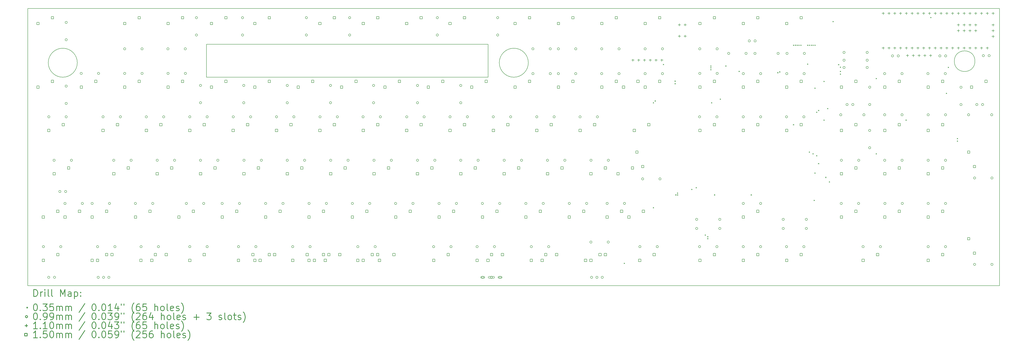
<source format=gbr>
%FSLAX45Y45*%
G04 Gerber Fmt 4.5, Leading zero omitted, Abs format (unit mm)*
G04 Created by KiCad (PCBNEW 4.0.5+dfsg1-4) date Sun Feb 11 23:43:24 2018*
%MOMM*%
%LPD*%
G01*
G04 APERTURE LIST*
%ADD10C,0.127000*%
%ADD11C,0.200000*%
%ADD12C,0.150000*%
%ADD13C,0.300000*%
G04 APERTURE END LIST*
D10*
D11*
X21930000Y-3100000D02*
X9560000Y-3100000D01*
X9560000Y-4550000D02*
X9560000Y-3100000D01*
X21930000Y-4550000D02*
X9560000Y-4550000D01*
X21930000Y-3100000D02*
X21930000Y-4550000D01*
X3887809Y-3910000D02*
G75*
G03X3887809Y-3910000I-637809J0D01*
G01*
X23697809Y-3910000D02*
G75*
G03X23697809Y-3910000I-637809J0D01*
G01*
X43313431Y-3842500D02*
G75*
G03X43313431Y-3842500I-453431J0D01*
G01*
D12*
X1714500Y-13716000D02*
X1714500Y-1524000D01*
X44395000Y-13716000D02*
X1714500Y-13716000D01*
X44395000Y-1524000D02*
X44395000Y-13716000D01*
X1714500Y-1524000D02*
X44395000Y-1524000D01*
D11*
X27895499Y-12719500D02*
X27930499Y-12754500D01*
X27930499Y-12719500D02*
X27895499Y-12754500D01*
X29174500Y-5658500D02*
X29209500Y-5693500D01*
X29209500Y-5658500D02*
X29174500Y-5693500D01*
X29179500Y-10268500D02*
X29214500Y-10303500D01*
X29214500Y-10268500D02*
X29179500Y-10303500D01*
X29251500Y-5575640D02*
X29286500Y-5610640D01*
X29286500Y-5575640D02*
X29251500Y-5610640D01*
X29617500Y-3967500D02*
X29652500Y-4002500D01*
X29652500Y-3967500D02*
X29617500Y-4002500D01*
X30130189Y-4702773D02*
X30165189Y-4737773D01*
X30165189Y-4702773D02*
X30130189Y-4737773D01*
X30130391Y-4816116D02*
X30165391Y-4851116D01*
X30165391Y-4816116D02*
X30130391Y-4851116D01*
X30156271Y-9707498D02*
X30191271Y-9742498D01*
X30191271Y-9707498D02*
X30156271Y-9742498D01*
X30236272Y-9627500D02*
X30271272Y-9662500D01*
X30271272Y-9627500D02*
X30236272Y-9662500D01*
X30236795Y-9707499D02*
X30271795Y-9742499D01*
X30271795Y-9707499D02*
X30236795Y-9742499D01*
X30861500Y-9467496D02*
X30896500Y-9502496D01*
X30896500Y-9467496D02*
X30861500Y-9502496D01*
X31054500Y-9387494D02*
X31089500Y-9422494D01*
X31089500Y-9387494D02*
X31054500Y-9422494D01*
X31455500Y-11471362D02*
X31490500Y-11506362D01*
X31490500Y-11471362D02*
X31455500Y-11506362D01*
X31560471Y-11551498D02*
X31595471Y-11586498D01*
X31595471Y-11551498D02*
X31560471Y-11586498D01*
X31560931Y-11631499D02*
X31595931Y-11666499D01*
X31595931Y-11631499D02*
X31560931Y-11666499D01*
X31699500Y-4036500D02*
X31734500Y-4071500D01*
X31734500Y-4036500D02*
X31699500Y-4071500D01*
X31699500Y-4116500D02*
X31734500Y-4151500D01*
X31734500Y-4116500D02*
X31699500Y-4151500D01*
X31699500Y-4196515D02*
X31734500Y-4231515D01*
X31734500Y-4196515D02*
X31699500Y-4231515D01*
X31737931Y-5655931D02*
X31772931Y-5690931D01*
X31772931Y-5655931D02*
X31737931Y-5690931D01*
X31863500Y-9707499D02*
X31898500Y-9742499D01*
X31898500Y-9707499D02*
X31863500Y-9742499D01*
X32117655Y-5495655D02*
X32152655Y-5530655D01*
X32152655Y-5495655D02*
X32117655Y-5530655D01*
X32356500Y-4036500D02*
X32391500Y-4071500D01*
X32391500Y-4036500D02*
X32356500Y-4071500D01*
X32940502Y-4278500D02*
X32975502Y-4313500D01*
X32975502Y-4278500D02*
X32940502Y-4313500D01*
X33474500Y-9707499D02*
X33509500Y-9742499D01*
X33509500Y-9707499D02*
X33474500Y-9742499D01*
X34641500Y-4330247D02*
X34676500Y-4365247D01*
X34676500Y-4330247D02*
X34641500Y-4365247D01*
X34721500Y-4296962D02*
X34756500Y-4331962D01*
X34756500Y-4296962D02*
X34721500Y-4331962D01*
X35328500Y-6620500D02*
X35363500Y-6655500D01*
X35363500Y-6620500D02*
X35328500Y-6655500D01*
X35333486Y-3127500D02*
X35368486Y-3162500D01*
X35368486Y-3127500D02*
X35333486Y-3162500D01*
X35413486Y-3127500D02*
X35448486Y-3162500D01*
X35448486Y-3127500D02*
X35413486Y-3162500D01*
X35493486Y-3127500D02*
X35528486Y-3162500D01*
X35528486Y-3127500D02*
X35493486Y-3162500D01*
X35573486Y-3127500D02*
X35608486Y-3162500D01*
X35608486Y-3127500D02*
X35573486Y-3162500D01*
X35653487Y-3127500D02*
X35688487Y-3162500D01*
X35688487Y-3127500D02*
X35653487Y-3162500D01*
X35949487Y-3127500D02*
X35984487Y-3162500D01*
X35984487Y-3127500D02*
X35949487Y-3162500D01*
X35949487Y-3956513D02*
X35984487Y-3991513D01*
X35984487Y-3956513D02*
X35949487Y-3991513D01*
X36029484Y-7820499D02*
X36064484Y-7855499D01*
X36064484Y-7820499D02*
X36029484Y-7855499D01*
X36029487Y-3127502D02*
X36064487Y-3162502D01*
X36064487Y-3127502D02*
X36029487Y-3162502D01*
X36109487Y-3127497D02*
X36144487Y-3162497D01*
X36144487Y-3127497D02*
X36109487Y-3162497D01*
X36189486Y-7900500D02*
X36224486Y-7935500D01*
X36224486Y-7900500D02*
X36189486Y-7935500D01*
X36189487Y-3127527D02*
X36224487Y-3162527D01*
X36224487Y-3127527D02*
X36189487Y-3162527D01*
X36238500Y-9947500D02*
X36273500Y-9982500D01*
X36273500Y-9947500D02*
X36238500Y-9982500D01*
X36269487Y-3127374D02*
X36304487Y-3162374D01*
X36304487Y-3127374D02*
X36269487Y-3162374D01*
X36269487Y-5012500D02*
X36304487Y-5047500D01*
X36304487Y-5012500D02*
X36269487Y-5047500D01*
X36269487Y-8743500D02*
X36304487Y-8778500D01*
X36304487Y-8743500D02*
X36269487Y-8778500D01*
X36349486Y-7983500D02*
X36384486Y-8018500D01*
X36384486Y-7983500D02*
X36349486Y-8018500D01*
X36349500Y-6072500D02*
X36384500Y-6107500D01*
X36384500Y-6072500D02*
X36349500Y-6107500D01*
X36429489Y-5992500D02*
X36464489Y-6027500D01*
X36464489Y-5992500D02*
X36429489Y-6027500D01*
X36429489Y-8333500D02*
X36464489Y-8368500D01*
X36464489Y-8333500D02*
X36429489Y-8368500D01*
X36669490Y-4713500D02*
X36704490Y-4748500D01*
X36704490Y-4713500D02*
X36669490Y-4748500D01*
X36669492Y-6417500D02*
X36704492Y-6452500D01*
X36704492Y-6417500D02*
X36669492Y-6452500D01*
X36749492Y-8936500D02*
X36784492Y-8971500D01*
X36784492Y-8936500D02*
X36749492Y-8971500D01*
X36829494Y-5912501D02*
X36864494Y-5947501D01*
X36864494Y-5912501D02*
X36829494Y-5947501D01*
X36909494Y-9132229D02*
X36944494Y-9167229D01*
X36944494Y-9132229D02*
X36909494Y-9167229D01*
X37069032Y-2080032D02*
X37104032Y-2115032D01*
X37104032Y-2080032D02*
X37069032Y-2115032D01*
X37309498Y-3979500D02*
X37344498Y-4014500D01*
X37344498Y-3979500D02*
X37309498Y-4014500D01*
X37389498Y-4088500D02*
X37424498Y-4123500D01*
X37424498Y-4088500D02*
X37389498Y-4123500D01*
X37389498Y-4275500D02*
X37424498Y-4310500D01*
X37424498Y-4275500D02*
X37389498Y-4310500D01*
X37389498Y-4393950D02*
X37424498Y-4428950D01*
X37424498Y-4393950D02*
X37389498Y-4428950D01*
X38964500Y-7900500D02*
X38999500Y-7935500D01*
X38999500Y-7900500D02*
X38964500Y-7935500D01*
X38968500Y-4592500D02*
X39003500Y-4627500D01*
X39003500Y-4592500D02*
X38968500Y-4627500D01*
X40273500Y-6417500D02*
X40308500Y-6452500D01*
X40308500Y-6417500D02*
X40273500Y-6452500D01*
X41364569Y-1901491D02*
X41399569Y-1936491D01*
X41399569Y-1901491D02*
X41364569Y-1936491D01*
X42048497Y-5238650D02*
X42083497Y-5273650D01*
X42083497Y-5238650D02*
X42048497Y-5273650D01*
X42128499Y-4100500D02*
X42163499Y-4135500D01*
X42163499Y-4100500D02*
X42128499Y-4135500D01*
X42528502Y-7343500D02*
X42563502Y-7378500D01*
X42563502Y-7343500D02*
X42528502Y-7378500D01*
X42528932Y-7229932D02*
X42563932Y-7264932D01*
X42563932Y-7229932D02*
X42528932Y-7264932D01*
X2449530Y-12000000D02*
G75*
G03X2449530Y-12000000I-49530J0D01*
G01*
X2682530Y-13348000D02*
G75*
G03X2682530Y-13348000I-49530J0D01*
G01*
X2687530Y-6290000D02*
G75*
G03X2687530Y-6290000I-49530J0D01*
G01*
X2918530Y-8200000D02*
G75*
G03X2918530Y-8200000I-49530J0D01*
G01*
X2936530Y-13348000D02*
G75*
G03X2936530Y-13348000I-49530J0D01*
G01*
X3170530Y-9575000D02*
G75*
G03X3170530Y-9575000I-49530J0D01*
G01*
X3211530Y-12000000D02*
G75*
G03X3211530Y-12000000I-49530J0D01*
G01*
X3397530Y-10100000D02*
G75*
G03X3397530Y-10100000I-49530J0D01*
G01*
X3424530Y-9575000D02*
G75*
G03X3424530Y-9575000I-49530J0D01*
G01*
X3449530Y-2138000D02*
G75*
G03X3449530Y-2138000I-49530J0D01*
G01*
X3449530Y-2900000D02*
G75*
G03X3449530Y-2900000I-49530J0D01*
G01*
X3449530Y-4939000D02*
G75*
G03X3449530Y-4939000I-49530J0D01*
G01*
X3449530Y-5701000D02*
G75*
G03X3449530Y-5701000I-49530J0D01*
G01*
X3449530Y-6290000D02*
G75*
G03X3449530Y-6290000I-49530J0D01*
G01*
X3680530Y-8200000D02*
G75*
G03X3680530Y-8200000I-49530J0D01*
G01*
X4108530Y-4380000D02*
G75*
G03X4108530Y-4380000I-49530J0D01*
G01*
X4159530Y-10100000D02*
G75*
G03X4159530Y-10100000I-49530J0D01*
G01*
X4588530Y-10100000D02*
G75*
G03X4588530Y-10100000I-49530J0D01*
G01*
X4827530Y-12000000D02*
G75*
G03X4827530Y-12000000I-49530J0D01*
G01*
X4855530Y-13350000D02*
G75*
G03X4855530Y-13350000I-49530J0D01*
G01*
X4870530Y-4380000D02*
G75*
G03X4870530Y-4380000I-49530J0D01*
G01*
X5068530Y-6290000D02*
G75*
G03X5068530Y-6290000I-49530J0D01*
G01*
X5089530Y-13350000D02*
G75*
G03X5089530Y-13350000I-49530J0D01*
G01*
X5323530Y-13350000D02*
G75*
G03X5323530Y-13350000I-49530J0D01*
G01*
X5350530Y-10100000D02*
G75*
G03X5350530Y-10100000I-49530J0D01*
G01*
X5539530Y-8200000D02*
G75*
G03X5539530Y-8200000I-49530J0D01*
G01*
X5589530Y-12000000D02*
G75*
G03X5589530Y-12000000I-49530J0D01*
G01*
X5830530Y-6290000D02*
G75*
G03X5830530Y-6290000I-49530J0D01*
G01*
X6018530Y-3300000D02*
G75*
G03X6018530Y-3300000I-49530J0D01*
G01*
X6019530Y-4380000D02*
G75*
G03X6019530Y-4380000I-49530J0D01*
G01*
X6301530Y-8200000D02*
G75*
G03X6301530Y-8200000I-49530J0D01*
G01*
X6489530Y-10100000D02*
G75*
G03X6489530Y-10100000I-49530J0D01*
G01*
X6738530Y-12000000D02*
G75*
G03X6738530Y-12000000I-49530J0D01*
G01*
X6780530Y-3300000D02*
G75*
G03X6780530Y-3300000I-49530J0D01*
G01*
X6781530Y-4380000D02*
G75*
G03X6781530Y-4380000I-49530J0D01*
G01*
X6968530Y-6290000D02*
G75*
G03X6968530Y-6290000I-49530J0D01*
G01*
X7251530Y-10100000D02*
G75*
G03X7251530Y-10100000I-49530J0D01*
G01*
X7448530Y-8200000D02*
G75*
G03X7448530Y-8200000I-49530J0D01*
G01*
X7500530Y-12000000D02*
G75*
G03X7500530Y-12000000I-49530J0D01*
G01*
X7730530Y-6290000D02*
G75*
G03X7730530Y-6290000I-49530J0D01*
G01*
X7918530Y-3300000D02*
G75*
G03X7918530Y-3300000I-49530J0D01*
G01*
X7923530Y-4380000D02*
G75*
G03X7923530Y-4380000I-49530J0D01*
G01*
X8210530Y-8200000D02*
G75*
G03X8210530Y-8200000I-49530J0D01*
G01*
X8680530Y-3300000D02*
G75*
G03X8680530Y-3300000I-49530J0D01*
G01*
X8685530Y-4380000D02*
G75*
G03X8685530Y-4380000I-49530J0D01*
G01*
X8727530Y-10100000D02*
G75*
G03X8727530Y-10100000I-49530J0D01*
G01*
X8878530Y-6290000D02*
G75*
G03X8878530Y-6290000I-49530J0D01*
G01*
X8878530Y-12000000D02*
G75*
G03X8878530Y-12000000I-49530J0D01*
G01*
X9169530Y-1930000D02*
G75*
G03X9169530Y-1930000I-49530J0D01*
G01*
X9169530Y-2692000D02*
G75*
G03X9169530Y-2692000I-49530J0D01*
G01*
X9348530Y-8200000D02*
G75*
G03X9348530Y-8200000I-49530J0D01*
G01*
X9349530Y-4909000D02*
G75*
G03X9349530Y-4909000I-49530J0D01*
G01*
X9349530Y-5671000D02*
G75*
G03X9349530Y-5671000I-49530J0D01*
G01*
X9489530Y-10100000D02*
G75*
G03X9489530Y-10100000I-49530J0D01*
G01*
X9640530Y-6290000D02*
G75*
G03X9640530Y-6290000I-49530J0D01*
G01*
X9640530Y-12000000D02*
G75*
G03X9640530Y-12000000I-49530J0D01*
G01*
X10110530Y-8200000D02*
G75*
G03X10110530Y-8200000I-49530J0D01*
G01*
X10299530Y-10100000D02*
G75*
G03X10299530Y-10100000I-49530J0D01*
G01*
X10788530Y-6290000D02*
G75*
G03X10788530Y-6290000I-49530J0D01*
G01*
X11018530Y-12000000D02*
G75*
G03X11018530Y-12000000I-49530J0D01*
G01*
X11061530Y-10100000D02*
G75*
G03X11061530Y-10100000I-49530J0D01*
G01*
X11194542Y-1930000D02*
G75*
G03X11194542Y-1930000I-49530J0D01*
G01*
X11194542Y-2692000D02*
G75*
G03X11194542Y-2692000I-49530J0D01*
G01*
X11249530Y-4910000D02*
G75*
G03X11249530Y-4910000I-49530J0D01*
G01*
X11249530Y-5672000D02*
G75*
G03X11249530Y-5672000I-49530J0D01*
G01*
X11259530Y-8200000D02*
G75*
G03X11259530Y-8200000I-49530J0D01*
G01*
X11550530Y-6290000D02*
G75*
G03X11550530Y-6290000I-49530J0D01*
G01*
X11780530Y-12000000D02*
G75*
G03X11780530Y-12000000I-49530J0D01*
G01*
X12021530Y-8200000D02*
G75*
G03X12021530Y-8200000I-49530J0D01*
G01*
X12209530Y-10100000D02*
G75*
G03X12209530Y-10100000I-49530J0D01*
G01*
X12687530Y-6290000D02*
G75*
G03X12687530Y-6290000I-49530J0D01*
G01*
X12971530Y-10100000D02*
G75*
G03X12971530Y-10100000I-49530J0D01*
G01*
X13159530Y-4910000D02*
G75*
G03X13159530Y-4910000I-49530J0D01*
G01*
X13159530Y-5672000D02*
G75*
G03X13159530Y-5672000I-49530J0D01*
G01*
X13159530Y-8200000D02*
G75*
G03X13159530Y-8200000I-49530J0D01*
G01*
X13399530Y-12000000D02*
G75*
G03X13399530Y-12000000I-49530J0D01*
G01*
X13449530Y-6290000D02*
G75*
G03X13449530Y-6290000I-49530J0D01*
G01*
X13921530Y-8200000D02*
G75*
G03X13921530Y-8200000I-49530J0D01*
G01*
X13999530Y-1930000D02*
G75*
G03X13999530Y-1930000I-49530J0D01*
G01*
X13999530Y-2692000D02*
G75*
G03X13999530Y-2692000I-49530J0D01*
G01*
X14117530Y-10100000D02*
G75*
G03X14117530Y-10100000I-49530J0D01*
G01*
X14161530Y-12000000D02*
G75*
G03X14161530Y-12000000I-49530J0D01*
G01*
X14598530Y-6290000D02*
G75*
G03X14598530Y-6290000I-49530J0D01*
G01*
X14879530Y-10100000D02*
G75*
G03X14879530Y-10100000I-49530J0D01*
G01*
X15059530Y-4910000D02*
G75*
G03X15059530Y-4910000I-49530J0D01*
G01*
X15059530Y-5672000D02*
G75*
G03X15059530Y-5672000I-49530J0D01*
G01*
X15068530Y-8200000D02*
G75*
G03X15068530Y-8200000I-49530J0D01*
G01*
X15360530Y-6290000D02*
G75*
G03X15360530Y-6290000I-49530J0D01*
G01*
X15830530Y-8200000D02*
G75*
G03X15830530Y-8200000I-49530J0D01*
G01*
X15899530Y-1930000D02*
G75*
G03X15899530Y-1930000I-49530J0D01*
G01*
X15899530Y-2692000D02*
G75*
G03X15899530Y-2692000I-49530J0D01*
G01*
X16019530Y-10100000D02*
G75*
G03X16019530Y-10100000I-49530J0D01*
G01*
X16258530Y-12000000D02*
G75*
G03X16258530Y-12000000I-49530J0D01*
G01*
X16487530Y-6290000D02*
G75*
G03X16487530Y-6290000I-49530J0D01*
G01*
X16781530Y-10100000D02*
G75*
G03X16781530Y-10100000I-49530J0D01*
G01*
X16949530Y-4910000D02*
G75*
G03X16949530Y-4910000I-49530J0D01*
G01*
X16949530Y-5672000D02*
G75*
G03X16949530Y-5672000I-49530J0D01*
G01*
X16969530Y-8200000D02*
G75*
G03X16969530Y-8200000I-49530J0D01*
G01*
X17020530Y-12000000D02*
G75*
G03X17020530Y-12000000I-49530J0D01*
G01*
X17249530Y-6290000D02*
G75*
G03X17249530Y-6290000I-49530J0D01*
G01*
X17731530Y-8200000D02*
G75*
G03X17731530Y-8200000I-49530J0D01*
G01*
X17918530Y-10100000D02*
G75*
G03X17918530Y-10100000I-49530J0D01*
G01*
X18408530Y-6290000D02*
G75*
G03X18408530Y-6290000I-49530J0D01*
G01*
X18680530Y-10100000D02*
G75*
G03X18680530Y-10100000I-49530J0D01*
G01*
X18879530Y-4910000D02*
G75*
G03X18879530Y-4910000I-49530J0D01*
G01*
X18879530Y-5672000D02*
G75*
G03X18879530Y-5672000I-49530J0D01*
G01*
X18879530Y-8200000D02*
G75*
G03X18879530Y-8200000I-49530J0D01*
G01*
X19170530Y-6290000D02*
G75*
G03X19170530Y-6290000I-49530J0D01*
G01*
X19588530Y-12000000D02*
G75*
G03X19588530Y-12000000I-49530J0D01*
G01*
X19641530Y-8200000D02*
G75*
G03X19641530Y-8200000I-49530J0D01*
G01*
X19749530Y-1930000D02*
G75*
G03X19749530Y-1930000I-49530J0D01*
G01*
X19749530Y-2692000D02*
G75*
G03X19749530Y-2692000I-49530J0D01*
G01*
X19827530Y-10100000D02*
G75*
G03X19827530Y-10100000I-49530J0D01*
G01*
X20308530Y-6290000D02*
G75*
G03X20308530Y-6290000I-49530J0D01*
G01*
X20350530Y-12000000D02*
G75*
G03X20350530Y-12000000I-49530J0D01*
G01*
X20589530Y-10100000D02*
G75*
G03X20589530Y-10100000I-49530J0D01*
G01*
X20779530Y-4910000D02*
G75*
G03X20779530Y-4910000I-49530J0D01*
G01*
X20779530Y-5672000D02*
G75*
G03X20779530Y-5672000I-49530J0D01*
G01*
X20779530Y-8200000D02*
G75*
G03X20779530Y-8200000I-49530J0D01*
G01*
X21070530Y-6290000D02*
G75*
G03X21070530Y-6290000I-49530J0D01*
G01*
X21497530Y-12000000D02*
G75*
G03X21497530Y-12000000I-49530J0D01*
G01*
X21541530Y-8200000D02*
G75*
G03X21541530Y-8200000I-49530J0D01*
G01*
X21729530Y-10100000D02*
G75*
G03X21729530Y-10100000I-49530J0D01*
G01*
X21743530Y-13350000D02*
G75*
G03X21743530Y-13350000I-49530J0D01*
G01*
X21644000Y-13389530D02*
X21744000Y-13389530D01*
X21644000Y-13310470D02*
X21744000Y-13310470D01*
X21744000Y-13389530D02*
G75*
G03X21744000Y-13310470I0J39530D01*
G01*
X21644000Y-13310470D02*
G75*
G03X21644000Y-13389530I0J-39530D01*
G01*
X22124530Y-13350000D02*
G75*
G03X22124530Y-13350000I-49530J0D01*
G01*
X21975000Y-13389530D02*
X22175000Y-13389530D01*
X21975000Y-13310470D02*
X22175000Y-13310470D01*
X22175000Y-13389530D02*
G75*
G03X22175000Y-13310470I0J39530D01*
G01*
X21975000Y-13310470D02*
G75*
G03X21975000Y-13389530I0J-39530D01*
G01*
X22207530Y-6290000D02*
G75*
G03X22207530Y-6290000I-49530J0D01*
G01*
X22259530Y-12000000D02*
G75*
G03X22259530Y-12000000I-49530J0D01*
G01*
X22399530Y-1930000D02*
G75*
G03X22399530Y-1930000I-49530J0D01*
G01*
X22399530Y-2692000D02*
G75*
G03X22399530Y-2692000I-49530J0D01*
G01*
X22491530Y-10100000D02*
G75*
G03X22491530Y-10100000I-49530J0D01*
G01*
X22505530Y-13350000D02*
G75*
G03X22505530Y-13350000I-49530J0D01*
G01*
X22406000Y-13389530D02*
X22506000Y-13389530D01*
X22406000Y-13310470D02*
X22506000Y-13310470D01*
X22506000Y-13389530D02*
G75*
G03X22506000Y-13310470I0J39530D01*
G01*
X22406000Y-13310470D02*
G75*
G03X22406000Y-13389530I0J-39530D01*
G01*
X22687530Y-8200000D02*
G75*
G03X22687530Y-8200000I-49530J0D01*
G01*
X22969530Y-6290000D02*
G75*
G03X22969530Y-6290000I-49530J0D01*
G01*
X23449530Y-8200000D02*
G75*
G03X23449530Y-8200000I-49530J0D01*
G01*
X23639530Y-10100000D02*
G75*
G03X23639530Y-10100000I-49530J0D01*
G01*
X23878530Y-12000000D02*
G75*
G03X23878530Y-12000000I-49530J0D01*
G01*
X23947530Y-3300000D02*
G75*
G03X23947530Y-3300000I-49530J0D01*
G01*
X23949530Y-4390000D02*
G75*
G03X23949530Y-4390000I-49530J0D01*
G01*
X24118530Y-6290000D02*
G75*
G03X24118530Y-6290000I-49530J0D01*
G01*
X24401530Y-10100000D02*
G75*
G03X24401530Y-10100000I-49530J0D01*
G01*
X24589530Y-8200000D02*
G75*
G03X24589530Y-8200000I-49530J0D01*
G01*
X24640530Y-12000000D02*
G75*
G03X24640530Y-12000000I-49530J0D01*
G01*
X24709530Y-3300000D02*
G75*
G03X24709530Y-3300000I-49530J0D01*
G01*
X24711530Y-4390000D02*
G75*
G03X24711530Y-4390000I-49530J0D01*
G01*
X24880530Y-6290000D02*
G75*
G03X24880530Y-6290000I-49530J0D01*
G01*
X25067530Y-4390000D02*
G75*
G03X25067530Y-4390000I-49530J0D01*
G01*
X25068530Y-3300000D02*
G75*
G03X25068530Y-3300000I-49530J0D01*
G01*
X25351530Y-8200000D02*
G75*
G03X25351530Y-8200000I-49530J0D01*
G01*
X25547530Y-10100000D02*
G75*
G03X25547530Y-10100000I-49530J0D01*
G01*
X25829530Y-4390000D02*
G75*
G03X25829530Y-4390000I-49530J0D01*
G01*
X25830530Y-3300000D02*
G75*
G03X25830530Y-3300000I-49530J0D01*
G01*
X26018530Y-6290000D02*
G75*
G03X26018530Y-6290000I-49530J0D01*
G01*
X26309530Y-10100000D02*
G75*
G03X26309530Y-10100000I-49530J0D01*
G01*
X26495530Y-11799000D02*
G75*
G03X26495530Y-11799000I-49530J0D01*
G01*
X26499530Y-8200000D02*
G75*
G03X26499530Y-8200000I-49530J0D01*
G01*
X26525530Y-13350000D02*
G75*
G03X26525530Y-13350000I-49530J0D01*
G01*
X26759530Y-13350000D02*
G75*
G03X26759530Y-13350000I-49530J0D01*
G01*
X26780530Y-6290000D02*
G75*
G03X26780530Y-6290000I-49530J0D01*
G01*
X26969530Y-3300000D02*
G75*
G03X26969530Y-3300000I-49530J0D01*
G01*
X26969530Y-4390000D02*
G75*
G03X26969530Y-4390000I-49530J0D01*
G01*
X26993530Y-13350000D02*
G75*
G03X26993530Y-13350000I-49530J0D01*
G01*
X27208530Y-10100000D02*
G75*
G03X27208530Y-10100000I-49530J0D01*
G01*
X27257530Y-11799000D02*
G75*
G03X27257530Y-11799000I-49530J0D01*
G01*
X27261530Y-8200000D02*
G75*
G03X27261530Y-8200000I-49530J0D01*
G01*
X27731530Y-3300000D02*
G75*
G03X27731530Y-3300000I-49530J0D01*
G01*
X27731530Y-4390000D02*
G75*
G03X27731530Y-4390000I-49530J0D01*
G01*
X27970530Y-10100000D02*
G75*
G03X27970530Y-10100000I-49530J0D01*
G01*
X28647530Y-12000000D02*
G75*
G03X28647530Y-12000000I-49530J0D01*
G01*
X28767530Y-9020000D02*
G75*
G03X28767530Y-9020000I-49530J0D01*
G01*
X28877530Y-3300000D02*
G75*
G03X28877530Y-3300000I-49530J0D01*
G01*
X28877530Y-4390000D02*
G75*
G03X28877530Y-4390000I-49530J0D01*
G01*
X29409530Y-12000000D02*
G75*
G03X29409530Y-12000000I-49530J0D01*
G01*
X29529530Y-9020000D02*
G75*
G03X29529530Y-9020000I-49530J0D01*
G01*
X29639530Y-3300000D02*
G75*
G03X29639530Y-3300000I-49530J0D01*
G01*
X29639530Y-4390000D02*
G75*
G03X29639530Y-4390000I-49530J0D01*
G01*
X31141530Y-10800000D02*
G75*
G03X31141530Y-10800000I-49530J0D01*
G01*
X31141530Y-11200000D02*
G75*
G03X31141530Y-11200000I-49530J0D01*
G01*
X31267530Y-12000000D02*
G75*
G03X31267530Y-12000000I-49530J0D01*
G01*
X31268530Y-6290000D02*
G75*
G03X31268530Y-6290000I-49530J0D01*
G01*
X31277530Y-3300000D02*
G75*
G03X31277530Y-3300000I-49530J0D01*
G01*
X31278530Y-4380000D02*
G75*
G03X31278530Y-4380000I-49530J0D01*
G01*
X32029530Y-12000000D02*
G75*
G03X32029530Y-12000000I-49530J0D01*
G01*
X32030530Y-6290000D02*
G75*
G03X32030530Y-6290000I-49530J0D01*
G01*
X32039530Y-3300000D02*
G75*
G03X32039530Y-3300000I-49530J0D01*
G01*
X32040530Y-4380000D02*
G75*
G03X32040530Y-4380000I-49530J0D01*
G01*
X32157530Y-10800000D02*
G75*
G03X32157530Y-10800000I-49530J0D01*
G01*
X32157530Y-11200000D02*
G75*
G03X32157530Y-11200000I-49530J0D01*
G01*
X32547530Y-3500000D02*
G75*
G03X32547530Y-3500000I-49530J0D01*
G01*
X33187530Y-6290000D02*
G75*
G03X33187530Y-6290000I-49530J0D01*
G01*
X33187530Y-10100000D02*
G75*
G03X33187530Y-10100000I-49530J0D01*
G01*
X33187530Y-12000000D02*
G75*
G03X33187530Y-12000000I-49530J0D01*
G01*
X33188530Y-4390000D02*
G75*
G03X33188530Y-4390000I-49530J0D01*
G01*
X33309530Y-3500000D02*
G75*
G03X33309530Y-3500000I-49530J0D01*
G01*
X33452530Y-2950000D02*
G75*
G03X33452530Y-2950000I-49530J0D01*
G01*
X33701530Y-3500000D02*
G75*
G03X33701530Y-3500000I-49530J0D01*
G01*
X33706530Y-2950000D02*
G75*
G03X33706530Y-2950000I-49530J0D01*
G01*
X33949530Y-6290000D02*
G75*
G03X33949530Y-6290000I-49530J0D01*
G01*
X33949530Y-10100000D02*
G75*
G03X33949530Y-10100000I-49530J0D01*
G01*
X33949530Y-12000000D02*
G75*
G03X33949530Y-12000000I-49530J0D01*
G01*
X33950530Y-4390000D02*
G75*
G03X33950530Y-4390000I-49530J0D01*
G01*
X34717530Y-3500000D02*
G75*
G03X34717530Y-3500000I-49530J0D01*
G01*
X34941530Y-10800000D02*
G75*
G03X34941530Y-10800000I-49530J0D01*
G01*
X34941530Y-11200000D02*
G75*
G03X34941530Y-11200000I-49530J0D01*
G01*
X35087530Y-6290000D02*
G75*
G03X35087530Y-6290000I-49530J0D01*
G01*
X35087530Y-12000000D02*
G75*
G03X35087530Y-12000000I-49530J0D01*
G01*
X35098530Y-4390000D02*
G75*
G03X35098530Y-4390000I-49530J0D01*
G01*
X35109530Y-3500000D02*
G75*
G03X35109530Y-3500000I-49530J0D01*
G01*
X35849530Y-6290000D02*
G75*
G03X35849530Y-6290000I-49530J0D01*
G01*
X35849530Y-12000000D02*
G75*
G03X35849530Y-12000000I-49530J0D01*
G01*
X35860530Y-4390000D02*
G75*
G03X35860530Y-4390000I-49530J0D01*
G01*
X35871530Y-3500000D02*
G75*
G03X35871530Y-3500000I-49530J0D01*
G01*
X35957530Y-10800000D02*
G75*
G03X35957530Y-10800000I-49530J0D01*
G01*
X35957530Y-11200000D02*
G75*
G03X35957530Y-11200000I-49530J0D01*
G01*
X37469530Y-6200000D02*
G75*
G03X37469530Y-6200000I-49530J0D01*
G01*
X37489530Y-10100000D02*
G75*
G03X37489530Y-10100000I-49530J0D01*
G01*
X37497530Y-8200000D02*
G75*
G03X37497530Y-8200000I-49530J0D01*
G01*
X37613530Y-3456000D02*
G75*
G03X37613530Y-3456000I-49530J0D01*
G01*
X37613530Y-3800000D02*
G75*
G03X37613530Y-3800000I-49530J0D01*
G01*
X37613530Y-4120000D02*
G75*
G03X37613530Y-4120000I-49530J0D01*
G01*
X37745530Y-5750000D02*
G75*
G03X37745530Y-5750000I-49530J0D01*
G01*
X37999530Y-5750000D02*
G75*
G03X37999530Y-5750000I-49530J0D01*
G01*
X38251530Y-10100000D02*
G75*
G03X38251530Y-10100000I-49530J0D01*
G01*
X38259530Y-8200000D02*
G75*
G03X38259530Y-8200000I-49530J0D01*
G01*
X38449530Y-12000000D02*
G75*
G03X38449530Y-12000000I-49530J0D01*
G01*
X38485530Y-6200000D02*
G75*
G03X38485530Y-6200000I-49530J0D01*
G01*
X38629530Y-3456000D02*
G75*
G03X38629530Y-3456000I-49530J0D01*
G01*
X38629530Y-3800000D02*
G75*
G03X38629530Y-3800000I-49530J0D01*
G01*
X38629530Y-4120000D02*
G75*
G03X38629530Y-4120000I-49530J0D01*
G01*
X38739530Y-6888000D02*
G75*
G03X38739530Y-6888000I-49530J0D01*
G01*
X38739530Y-7650000D02*
G75*
G03X38739530Y-7650000I-49530J0D01*
G01*
X38741530Y-4986000D02*
G75*
G03X38741530Y-4986000I-49530J0D01*
G01*
X38741530Y-5748000D02*
G75*
G03X38741530Y-5748000I-49530J0D01*
G01*
X39211530Y-12000000D02*
G75*
G03X39211530Y-12000000I-49530J0D01*
G01*
X39397530Y-4390000D02*
G75*
G03X39397530Y-4390000I-49530J0D01*
G01*
X39398530Y-6200000D02*
G75*
G03X39398530Y-6200000I-49530J0D01*
G01*
X39399530Y-8200000D02*
G75*
G03X39399530Y-8200000I-49530J0D01*
G01*
X39409530Y-10100000D02*
G75*
G03X39409530Y-10100000I-49530J0D01*
G01*
X39742530Y-3610000D02*
G75*
G03X39742530Y-3610000I-49530J0D01*
G01*
X39996530Y-3610000D02*
G75*
G03X39996530Y-3610000I-49530J0D01*
G01*
X40159530Y-4390000D02*
G75*
G03X40159530Y-4390000I-49530J0D01*
G01*
X40160530Y-6200000D02*
G75*
G03X40160530Y-6200000I-49530J0D01*
G01*
X40161530Y-8200000D02*
G75*
G03X40161530Y-8200000I-49530J0D01*
G01*
X40171530Y-10100000D02*
G75*
G03X40171530Y-10100000I-49530J0D01*
G01*
X41298530Y-4390000D02*
G75*
G03X41298530Y-4390000I-49530J0D01*
G01*
X41308530Y-6200000D02*
G75*
G03X41308530Y-6200000I-49530J0D01*
G01*
X41308530Y-8200000D02*
G75*
G03X41308530Y-8200000I-49530J0D01*
G01*
X41308530Y-12000000D02*
G75*
G03X41308530Y-12000000I-49530J0D01*
G01*
X41309530Y-10100000D02*
G75*
G03X41309530Y-10100000I-49530J0D01*
G01*
X41822530Y-3610000D02*
G75*
G03X41822530Y-3610000I-49530J0D01*
G01*
X42060530Y-4390000D02*
G75*
G03X42060530Y-4390000I-49530J0D01*
G01*
X42070530Y-6200000D02*
G75*
G03X42070530Y-6200000I-49530J0D01*
G01*
X42070530Y-8200000D02*
G75*
G03X42070530Y-8200000I-49530J0D01*
G01*
X42070530Y-12000000D02*
G75*
G03X42070530Y-12000000I-49530J0D01*
G01*
X42071530Y-10100000D02*
G75*
G03X42071530Y-10100000I-49530J0D01*
G01*
X42076530Y-3610000D02*
G75*
G03X42076530Y-3610000I-49530J0D01*
G01*
X42749530Y-4989000D02*
G75*
G03X42749530Y-4989000I-49530J0D01*
G01*
X42749530Y-5751000D02*
G75*
G03X42749530Y-5751000I-49530J0D01*
G01*
X43083530Y-6200000D02*
G75*
G03X43083530Y-6200000I-49530J0D01*
G01*
X43347530Y-8980000D02*
G75*
G03X43347530Y-8980000I-49530J0D01*
G01*
X43347530Y-12780000D02*
G75*
G03X43347530Y-12780000I-49530J0D01*
G01*
X43445530Y-5750000D02*
G75*
G03X43445530Y-5750000I-49530J0D01*
G01*
X43699530Y-5750000D02*
G75*
G03X43699530Y-5750000I-49530J0D01*
G01*
X43732530Y-3600000D02*
G75*
G03X43732530Y-3600000I-49530J0D01*
G01*
X43986530Y-3600000D02*
G75*
G03X43986530Y-3600000I-49530J0D01*
G01*
X44099530Y-6200000D02*
G75*
G03X44099530Y-6200000I-49530J0D01*
G01*
X44109530Y-8980000D02*
G75*
G03X44109530Y-8980000I-49530J0D01*
G01*
X44109530Y-12780000D02*
G75*
G03X44109530Y-12780000I-49530J0D01*
G01*
X28290000Y-3740000D02*
X28290000Y-3850000D01*
X28235000Y-3795000D02*
X28345000Y-3795000D01*
X28544000Y-3740000D02*
X28544000Y-3850000D01*
X28489000Y-3795000D02*
X28599000Y-3795000D01*
X28798000Y-3740000D02*
X28798000Y-3850000D01*
X28743000Y-3795000D02*
X28853000Y-3795000D01*
X29052000Y-3740000D02*
X29052000Y-3850000D01*
X28997000Y-3795000D02*
X29107000Y-3795000D01*
X29306000Y-3740000D02*
X29306000Y-3850000D01*
X29251000Y-3795000D02*
X29361000Y-3795000D01*
X29560000Y-3740000D02*
X29560000Y-3850000D01*
X29505000Y-3795000D02*
X29615000Y-3795000D01*
X30330000Y-2185000D02*
X30330000Y-2295000D01*
X30275000Y-2240000D02*
X30385000Y-2240000D01*
X30330000Y-2685000D02*
X30330000Y-2795000D01*
X30275000Y-2740000D02*
X30385000Y-2740000D01*
X30584000Y-2185000D02*
X30584000Y-2295000D01*
X30529000Y-2240000D02*
X30639000Y-2240000D01*
X30584000Y-2685000D02*
X30584000Y-2795000D01*
X30529000Y-2740000D02*
X30639000Y-2740000D01*
X39287000Y-1682000D02*
X39287000Y-1792000D01*
X39232000Y-1737000D02*
X39342000Y-1737000D01*
X39287000Y-3206000D02*
X39287000Y-3316000D01*
X39232000Y-3261000D02*
X39342000Y-3261000D01*
X39541000Y-1682000D02*
X39541000Y-1792000D01*
X39486000Y-1737000D02*
X39596000Y-1737000D01*
X39541000Y-3206000D02*
X39541000Y-3316000D01*
X39486000Y-3261000D02*
X39596000Y-3261000D01*
X39795000Y-1682000D02*
X39795000Y-1792000D01*
X39740000Y-1737000D02*
X39850000Y-1737000D01*
X39795000Y-3206000D02*
X39795000Y-3316000D01*
X39740000Y-3261000D02*
X39850000Y-3261000D01*
X40049000Y-1682000D02*
X40049000Y-1792000D01*
X39994000Y-1737000D02*
X40104000Y-1737000D01*
X40049000Y-3206000D02*
X40049000Y-3316000D01*
X39994000Y-3261000D02*
X40104000Y-3261000D01*
X40303000Y-1682000D02*
X40303000Y-1792000D01*
X40248000Y-1737000D02*
X40358000Y-1737000D01*
X40303000Y-3206000D02*
X40303000Y-3316000D01*
X40248000Y-3261000D02*
X40358000Y-3261000D01*
X40353000Y-3539000D02*
X40353000Y-3649000D01*
X40298000Y-3594000D02*
X40408000Y-3594000D01*
X40557000Y-1682000D02*
X40557000Y-1792000D01*
X40502000Y-1737000D02*
X40612000Y-1737000D01*
X40557000Y-3206000D02*
X40557000Y-3316000D01*
X40502000Y-3261000D02*
X40612000Y-3261000D01*
X40607000Y-3539000D02*
X40607000Y-3649000D01*
X40552000Y-3594000D02*
X40662000Y-3594000D01*
X40811000Y-1682000D02*
X40811000Y-1792000D01*
X40756000Y-1737000D02*
X40866000Y-1737000D01*
X40811000Y-3206000D02*
X40811000Y-3316000D01*
X40756000Y-3261000D02*
X40866000Y-3261000D01*
X40861000Y-3539000D02*
X40861000Y-3649000D01*
X40806000Y-3594000D02*
X40916000Y-3594000D01*
X41065000Y-1682000D02*
X41065000Y-1792000D01*
X41010000Y-1737000D02*
X41120000Y-1737000D01*
X41065000Y-3206000D02*
X41065000Y-3316000D01*
X41010000Y-3261000D02*
X41120000Y-3261000D01*
X41115000Y-3539000D02*
X41115000Y-3649000D01*
X41060000Y-3594000D02*
X41170000Y-3594000D01*
X41319000Y-1682000D02*
X41319000Y-1792000D01*
X41264000Y-1737000D02*
X41374000Y-1737000D01*
X41319000Y-3206000D02*
X41319000Y-3316000D01*
X41264000Y-3261000D02*
X41374000Y-3261000D01*
X41369000Y-3539000D02*
X41369000Y-3649000D01*
X41314000Y-3594000D02*
X41424000Y-3594000D01*
X41573000Y-1682000D02*
X41573000Y-1792000D01*
X41518000Y-1737000D02*
X41628000Y-1737000D01*
X41573000Y-3206000D02*
X41573000Y-3316000D01*
X41518000Y-3261000D02*
X41628000Y-3261000D01*
X41827000Y-1682000D02*
X41827000Y-1792000D01*
X41772000Y-1737000D02*
X41882000Y-1737000D01*
X41827000Y-3206000D02*
X41827000Y-3316000D01*
X41772000Y-3261000D02*
X41882000Y-3261000D01*
X42081000Y-1682000D02*
X42081000Y-1792000D01*
X42026000Y-1737000D02*
X42136000Y-1737000D01*
X42081000Y-3206000D02*
X42081000Y-3316000D01*
X42026000Y-3261000D02*
X42136000Y-3261000D01*
X42335000Y-1682000D02*
X42335000Y-1792000D01*
X42280000Y-1737000D02*
X42390000Y-1737000D01*
X42335000Y-3206000D02*
X42335000Y-3316000D01*
X42280000Y-3261000D02*
X42390000Y-3261000D01*
X42589000Y-1682000D02*
X42589000Y-1792000D01*
X42534000Y-1737000D02*
X42644000Y-1737000D01*
X42589000Y-2190000D02*
X42589000Y-2300000D01*
X42534000Y-2245000D02*
X42644000Y-2245000D01*
X42589000Y-2444000D02*
X42589000Y-2554000D01*
X42534000Y-2499000D02*
X42644000Y-2499000D01*
X42589000Y-3206000D02*
X42589000Y-3316000D01*
X42534000Y-3261000D02*
X42644000Y-3261000D01*
X42843000Y-1682000D02*
X42843000Y-1792000D01*
X42788000Y-1737000D02*
X42898000Y-1737000D01*
X42843000Y-2190000D02*
X42843000Y-2300000D01*
X42788000Y-2245000D02*
X42898000Y-2245000D01*
X42843000Y-2444000D02*
X42843000Y-2554000D01*
X42788000Y-2499000D02*
X42898000Y-2499000D01*
X42843000Y-3206000D02*
X42843000Y-3316000D01*
X42788000Y-3261000D02*
X42898000Y-3261000D01*
X43097000Y-1682000D02*
X43097000Y-1792000D01*
X43042000Y-1737000D02*
X43152000Y-1737000D01*
X43097000Y-2190000D02*
X43097000Y-2300000D01*
X43042000Y-2245000D02*
X43152000Y-2245000D01*
X43097000Y-2444000D02*
X43097000Y-2554000D01*
X43042000Y-2499000D02*
X43152000Y-2499000D01*
X43097000Y-3206000D02*
X43097000Y-3316000D01*
X43042000Y-3261000D02*
X43152000Y-3261000D01*
X43351000Y-1682000D02*
X43351000Y-1792000D01*
X43296000Y-1737000D02*
X43406000Y-1737000D01*
X43351000Y-2190000D02*
X43351000Y-2300000D01*
X43296000Y-2245000D02*
X43406000Y-2245000D01*
X43351000Y-2444000D02*
X43351000Y-2554000D01*
X43296000Y-2499000D02*
X43406000Y-2499000D01*
X43351000Y-3206000D02*
X43351000Y-3316000D01*
X43296000Y-3261000D02*
X43406000Y-3261000D01*
X43605000Y-1682000D02*
X43605000Y-1792000D01*
X43550000Y-1737000D02*
X43660000Y-1737000D01*
X43605000Y-3206000D02*
X43605000Y-3316000D01*
X43550000Y-3261000D02*
X43660000Y-3261000D01*
X43859000Y-1682000D02*
X43859000Y-1792000D01*
X43804000Y-1737000D02*
X43914000Y-1737000D01*
X43859000Y-3206000D02*
X43859000Y-3316000D01*
X43804000Y-3261000D02*
X43914000Y-3261000D01*
X44113000Y-1682000D02*
X44113000Y-1792000D01*
X44058000Y-1737000D02*
X44168000Y-1737000D01*
X44113000Y-2190000D02*
X44113000Y-2300000D01*
X44058000Y-2245000D02*
X44168000Y-2245000D01*
X44113000Y-2444000D02*
X44113000Y-2554000D01*
X44058000Y-2499000D02*
X44168000Y-2499000D01*
X44113000Y-2698000D02*
X44113000Y-2808000D01*
X44058000Y-2753000D02*
X44168000Y-2753000D01*
X2211984Y-2238984D02*
X2211984Y-2133016D01*
X2106016Y-2133016D01*
X2106016Y-2238984D01*
X2211984Y-2238984D01*
X2211984Y-5037734D02*
X2211984Y-4931766D01*
X2106016Y-4931766D01*
X2106016Y-5037734D01*
X2211984Y-5037734D01*
X2448524Y-10752784D02*
X2448524Y-10646816D01*
X2342556Y-10646816D01*
X2342556Y-10752784D01*
X2448524Y-10752784D01*
X2450264Y-12657784D02*
X2450264Y-12551816D01*
X2344296Y-12551816D01*
X2344296Y-12657784D01*
X2450264Y-12657784D01*
X2688234Y-6942734D02*
X2688234Y-6836766D01*
X2582266Y-6836766D01*
X2582266Y-6942734D01*
X2688234Y-6942734D01*
X2846984Y-1984984D02*
X2846984Y-1879016D01*
X2741016Y-1879016D01*
X2741016Y-1984984D01*
X2846984Y-1984984D01*
X2846984Y-4783734D02*
X2846984Y-4677766D01*
X2741016Y-4677766D01*
X2741016Y-4783734D01*
X2846984Y-4783734D01*
X2926454Y-8847734D02*
X2926454Y-8741766D01*
X2820486Y-8741766D01*
X2820486Y-8847734D01*
X2926454Y-8847734D01*
X3083524Y-10498784D02*
X3083524Y-10392816D01*
X2977556Y-10392816D01*
X2977556Y-10498784D01*
X3083524Y-10498784D01*
X3085264Y-12403784D02*
X3085264Y-12297816D01*
X2979296Y-12297816D01*
X2979296Y-12403784D01*
X3085264Y-12403784D01*
X3323234Y-6688734D02*
X3323234Y-6582766D01*
X3217266Y-6582766D01*
X3217266Y-6688734D01*
X3323234Y-6688734D01*
X3402764Y-10752784D02*
X3402764Y-10646816D01*
X3296796Y-10646816D01*
X3296796Y-10752784D01*
X3402764Y-10752784D01*
X3561454Y-8593734D02*
X3561454Y-8487766D01*
X3455486Y-8487766D01*
X3455486Y-8593734D01*
X3561454Y-8593734D01*
X4037764Y-10498784D02*
X4037764Y-10392816D01*
X3931796Y-10392816D01*
X3931796Y-10498784D01*
X4037764Y-10498784D01*
X4116984Y-5037734D02*
X4116984Y-4931766D01*
X4011016Y-4931766D01*
X4011016Y-5037734D01*
X4116984Y-5037734D01*
X4591644Y-10752784D02*
X4591644Y-10646816D01*
X4485676Y-10646816D01*
X4485676Y-10752784D01*
X4591644Y-10752784D01*
X4593234Y-12657784D02*
X4593234Y-12551816D01*
X4487266Y-12551816D01*
X4487266Y-12657784D01*
X4593234Y-12657784D01*
X4751984Y-4783734D02*
X4751984Y-4677766D01*
X4646016Y-4677766D01*
X4646016Y-4783734D01*
X4751984Y-4783734D01*
X4831364Y-12657784D02*
X4831364Y-12551816D01*
X4725396Y-12551816D01*
X4725396Y-12657784D01*
X4831364Y-12657784D01*
X5069484Y-6942734D02*
X5069484Y-6836766D01*
X4963516Y-6836766D01*
X4963516Y-6942734D01*
X5069484Y-6942734D01*
X5226644Y-10498784D02*
X5226644Y-10392816D01*
X5120676Y-10392816D01*
X5120676Y-10498784D01*
X5226644Y-10498784D01*
X5228234Y-12403784D02*
X5228234Y-12297816D01*
X5122266Y-12297816D01*
X5122266Y-12403784D01*
X5228234Y-12403784D01*
X5466364Y-12403784D02*
X5466364Y-12297816D01*
X5360396Y-12297816D01*
X5360396Y-12403784D01*
X5466364Y-12403784D01*
X5545734Y-8847734D02*
X5545734Y-8741766D01*
X5439766Y-8741766D01*
X5439766Y-8847734D01*
X5545734Y-8847734D01*
X5704484Y-6688734D02*
X5704484Y-6582766D01*
X5598516Y-6582766D01*
X5598516Y-6688734D01*
X5704484Y-6688734D01*
X6021984Y-2238984D02*
X6021984Y-2133016D01*
X5916016Y-2133016D01*
X5916016Y-2238984D01*
X6021984Y-2238984D01*
X6021984Y-5037734D02*
X6021984Y-4931766D01*
X5916016Y-4931766D01*
X5916016Y-5037734D01*
X6021984Y-5037734D01*
X6180734Y-8593734D02*
X6180734Y-8487766D01*
X6074766Y-8487766D01*
X6074766Y-8593734D01*
X6180734Y-8593734D01*
X6498234Y-10752784D02*
X6498234Y-10646816D01*
X6392266Y-10646816D01*
X6392266Y-10752784D01*
X6498234Y-10752784D01*
X6656984Y-1984984D02*
X6656984Y-1879016D01*
X6551016Y-1879016D01*
X6551016Y-1984984D01*
X6656984Y-1984984D01*
X6656984Y-4783734D02*
X6656984Y-4677766D01*
X6551016Y-4677766D01*
X6551016Y-4783734D01*
X6656984Y-4783734D01*
X6736364Y-12657784D02*
X6736364Y-12551816D01*
X6630396Y-12551816D01*
X6630396Y-12657784D01*
X6736364Y-12657784D01*
X6974484Y-6942734D02*
X6974484Y-6836766D01*
X6868516Y-6836766D01*
X6868516Y-6942734D01*
X6974484Y-6942734D01*
X7133234Y-10498784D02*
X7133234Y-10392816D01*
X7027266Y-10392816D01*
X7027266Y-10498784D01*
X7133234Y-10498784D01*
X7212604Y-12657784D02*
X7212604Y-12551816D01*
X7106636Y-12551816D01*
X7106636Y-12657784D01*
X7212604Y-12657784D01*
X7371364Y-12403784D02*
X7371364Y-12297816D01*
X7265396Y-12297816D01*
X7265396Y-12403784D01*
X7371364Y-12403784D01*
X7450734Y-8847734D02*
X7450734Y-8741766D01*
X7344766Y-8741766D01*
X7344766Y-8847734D01*
X7450734Y-8847734D01*
X7609484Y-6688734D02*
X7609484Y-6582766D01*
X7503516Y-6582766D01*
X7503516Y-6688734D01*
X7609484Y-6688734D01*
X7847604Y-12403784D02*
X7847604Y-12297816D01*
X7741636Y-12297816D01*
X7741636Y-12403784D01*
X7847604Y-12403784D01*
X7926984Y-2238984D02*
X7926984Y-2133016D01*
X7821016Y-2133016D01*
X7821016Y-2238984D01*
X7926984Y-2238984D01*
X7926984Y-5037734D02*
X7926984Y-4931766D01*
X7821016Y-4931766D01*
X7821016Y-5037734D01*
X7926984Y-5037734D01*
X8085734Y-8593734D02*
X8085734Y-8487766D01*
X7979766Y-8487766D01*
X7979766Y-8593734D01*
X8085734Y-8593734D01*
X8403234Y-10752784D02*
X8403234Y-10646816D01*
X8297266Y-10646816D01*
X8297266Y-10752784D01*
X8403234Y-10752784D01*
X8561984Y-1984984D02*
X8561984Y-1879016D01*
X8456016Y-1879016D01*
X8456016Y-1984984D01*
X8561984Y-1984984D01*
X8561984Y-4783734D02*
X8561984Y-4677766D01*
X8456016Y-4677766D01*
X8456016Y-4783734D01*
X8561984Y-4783734D01*
X8879484Y-6942734D02*
X8879484Y-6836766D01*
X8773516Y-6836766D01*
X8773516Y-6942734D01*
X8879484Y-6942734D01*
X8879484Y-12657784D02*
X8879484Y-12551816D01*
X8773516Y-12551816D01*
X8773516Y-12657784D01*
X8879484Y-12657784D01*
X9038234Y-10498784D02*
X9038234Y-10392816D01*
X8932266Y-10392816D01*
X8932266Y-10498784D01*
X9038234Y-10498784D01*
X9355734Y-8847734D02*
X9355734Y-8741766D01*
X9249766Y-8741766D01*
X9249766Y-8847734D01*
X9355734Y-8847734D01*
X9514484Y-6688734D02*
X9514484Y-6582766D01*
X9408516Y-6582766D01*
X9408516Y-6688734D01*
X9514484Y-6688734D01*
X9514484Y-12403784D02*
X9514484Y-12297816D01*
X9408516Y-12297816D01*
X9408516Y-12403784D01*
X9514484Y-12403784D01*
X9831984Y-2238984D02*
X9831984Y-2133016D01*
X9726016Y-2133016D01*
X9726016Y-2238984D01*
X9831984Y-2238984D01*
X9831984Y-5037734D02*
X9831984Y-4931766D01*
X9726016Y-4931766D01*
X9726016Y-5037734D01*
X9831984Y-5037734D01*
X9990734Y-8593734D02*
X9990734Y-8487766D01*
X9884766Y-8487766D01*
X9884766Y-8593734D01*
X9990734Y-8593734D01*
X10308184Y-10752784D02*
X10308184Y-10646816D01*
X10202216Y-10646816D01*
X10202216Y-10752784D01*
X10308184Y-10752784D01*
X10466984Y-1984984D02*
X10466984Y-1879016D01*
X10361016Y-1879016D01*
X10361016Y-1984984D01*
X10466984Y-1984984D01*
X10466984Y-4783734D02*
X10466984Y-4677766D01*
X10361016Y-4677766D01*
X10361016Y-4783734D01*
X10466984Y-4783734D01*
X10784484Y-6942734D02*
X10784484Y-6836766D01*
X10678516Y-6836766D01*
X10678516Y-6942734D01*
X10784484Y-6942734D01*
X10943184Y-10498784D02*
X10943184Y-10392816D01*
X10837216Y-10392816D01*
X10837216Y-10498784D01*
X10943184Y-10498784D01*
X11020684Y-12657784D02*
X11020684Y-12551816D01*
X10914716Y-12551816D01*
X10914716Y-12657784D01*
X11020684Y-12657784D01*
X11260784Y-8847734D02*
X11260784Y-8741766D01*
X11154816Y-8741766D01*
X11154816Y-8847734D01*
X11260784Y-8847734D01*
X11419484Y-6688734D02*
X11419484Y-6582766D01*
X11313516Y-6582766D01*
X11313516Y-6688734D01*
X11419484Y-6688734D01*
X11655684Y-12403784D02*
X11655684Y-12297816D01*
X11549716Y-12297816D01*
X11549716Y-12403784D01*
X11655684Y-12403784D01*
X11736984Y-2238984D02*
X11736984Y-2133016D01*
X11631016Y-2133016D01*
X11631016Y-2238984D01*
X11736984Y-2238984D01*
X11736984Y-5037734D02*
X11736984Y-4931766D01*
X11631016Y-4931766D01*
X11631016Y-5037734D01*
X11736984Y-5037734D01*
X11736984Y-12657784D02*
X11736984Y-12551816D01*
X11631016Y-12551816D01*
X11631016Y-12657784D01*
X11736984Y-12657784D01*
X11895784Y-8593734D02*
X11895784Y-8487766D01*
X11789816Y-8487766D01*
X11789816Y-8593734D01*
X11895784Y-8593734D01*
X11973484Y-12657784D02*
X11973484Y-12551816D01*
X11867516Y-12551816D01*
X11867516Y-12657784D01*
X11973484Y-12657784D01*
X12213184Y-10752784D02*
X12213184Y-10646816D01*
X12107216Y-10646816D01*
X12107216Y-10752784D01*
X12213184Y-10752784D01*
X12371984Y-1984984D02*
X12371984Y-1879016D01*
X12266016Y-1879016D01*
X12266016Y-1984984D01*
X12371984Y-1984984D01*
X12371984Y-4783734D02*
X12371984Y-4677766D01*
X12266016Y-4677766D01*
X12266016Y-4783734D01*
X12371984Y-4783734D01*
X12371984Y-12403784D02*
X12371984Y-12297816D01*
X12266016Y-12297816D01*
X12266016Y-12403784D01*
X12371984Y-12403784D01*
X12608484Y-12403784D02*
X12608484Y-12297816D01*
X12502516Y-12297816D01*
X12502516Y-12403784D01*
X12608484Y-12403784D01*
X12689484Y-6942734D02*
X12689484Y-6836766D01*
X12583516Y-6836766D01*
X12583516Y-6942734D01*
X12689484Y-6942734D01*
X12848184Y-10498784D02*
X12848184Y-10392816D01*
X12742216Y-10392816D01*
X12742216Y-10498784D01*
X12848184Y-10498784D01*
X13165784Y-8847734D02*
X13165784Y-8741766D01*
X13059816Y-8741766D01*
X13059816Y-8847734D01*
X13165784Y-8847734D01*
X13324484Y-6688734D02*
X13324484Y-6582766D01*
X13218516Y-6582766D01*
X13218516Y-6688734D01*
X13324484Y-6688734D01*
X13400684Y-12657784D02*
X13400684Y-12551816D01*
X13294716Y-12551816D01*
X13294716Y-12657784D01*
X13400684Y-12657784D01*
X13641984Y-5037734D02*
X13641984Y-4931766D01*
X13536016Y-4931766D01*
X13536016Y-5037734D01*
X13641984Y-5037734D01*
X13800784Y-8593734D02*
X13800784Y-8487766D01*
X13694816Y-8487766D01*
X13694816Y-8593734D01*
X13800784Y-8593734D01*
X14035684Y-12403784D02*
X14035684Y-12297816D01*
X13929716Y-12297816D01*
X13929716Y-12403784D01*
X14035684Y-12403784D01*
X14118184Y-10752784D02*
X14118184Y-10646816D01*
X14012216Y-10646816D01*
X14012216Y-10752784D01*
X14118184Y-10752784D01*
X14118184Y-12657784D02*
X14118184Y-12551816D01*
X14012216Y-12551816D01*
X14012216Y-12657784D01*
X14118184Y-12657784D01*
X14276984Y-4783734D02*
X14276984Y-4677766D01*
X14171016Y-4677766D01*
X14171016Y-4783734D01*
X14276984Y-4783734D01*
X14356384Y-12657784D02*
X14356384Y-12551816D01*
X14250416Y-12551816D01*
X14250416Y-12657784D01*
X14356384Y-12657784D01*
X14594484Y-2238984D02*
X14594484Y-2133016D01*
X14488516Y-2133016D01*
X14488516Y-2238984D01*
X14594484Y-2238984D01*
X14594484Y-6942734D02*
X14594484Y-6836766D01*
X14488516Y-6836766D01*
X14488516Y-6942734D01*
X14594484Y-6942734D01*
X14753184Y-10498784D02*
X14753184Y-10392816D01*
X14647216Y-10392816D01*
X14647216Y-10498784D01*
X14753184Y-10498784D01*
X14753184Y-12403784D02*
X14753184Y-12297816D01*
X14647216Y-12297816D01*
X14647216Y-12403784D01*
X14753184Y-12403784D01*
X14832584Y-12657784D02*
X14832584Y-12551816D01*
X14726616Y-12551816D01*
X14726616Y-12657784D01*
X14832584Y-12657784D01*
X14991384Y-12403784D02*
X14991384Y-12297816D01*
X14885416Y-12297816D01*
X14885416Y-12403784D01*
X14991384Y-12403784D01*
X15070784Y-8847734D02*
X15070784Y-8741766D01*
X14964816Y-8741766D01*
X14964816Y-8847734D01*
X15070784Y-8847734D01*
X15229484Y-1984984D02*
X15229484Y-1879016D01*
X15123516Y-1879016D01*
X15123516Y-1984984D01*
X15229484Y-1984984D01*
X15229484Y-6688734D02*
X15229484Y-6582766D01*
X15123516Y-6582766D01*
X15123516Y-6688734D01*
X15229484Y-6688734D01*
X15467584Y-12403784D02*
X15467584Y-12297816D01*
X15361616Y-12297816D01*
X15361616Y-12403784D01*
X15467584Y-12403784D01*
X15546984Y-5037734D02*
X15546984Y-4931766D01*
X15441016Y-4931766D01*
X15441016Y-5037734D01*
X15546984Y-5037734D01*
X15705784Y-8593734D02*
X15705784Y-8487766D01*
X15599816Y-8487766D01*
X15599816Y-8593734D01*
X15705784Y-8593734D01*
X16023184Y-10752784D02*
X16023184Y-10646816D01*
X15917216Y-10646816D01*
X15917216Y-10752784D01*
X16023184Y-10752784D01*
X16181984Y-4783734D02*
X16181984Y-4677766D01*
X16076016Y-4677766D01*
X16076016Y-4783734D01*
X16181984Y-4783734D01*
X16261384Y-12657784D02*
X16261384Y-12551816D01*
X16155416Y-12551816D01*
X16155416Y-12657784D01*
X16261384Y-12657784D01*
X16499184Y-12657784D02*
X16499184Y-12551816D01*
X16393216Y-12551816D01*
X16393216Y-12657784D01*
X16499184Y-12657784D01*
X16499484Y-2238984D02*
X16499484Y-2133016D01*
X16393516Y-2133016D01*
X16393516Y-2238984D01*
X16499484Y-2238984D01*
X16499484Y-6942734D02*
X16499484Y-6836766D01*
X16393516Y-6836766D01*
X16393516Y-6942734D01*
X16499484Y-6942734D01*
X16658184Y-10498784D02*
X16658184Y-10392816D01*
X16552216Y-10392816D01*
X16552216Y-10498784D01*
X16658184Y-10498784D01*
X16896384Y-12403784D02*
X16896384Y-12297816D01*
X16790416Y-12297816D01*
X16790416Y-12403784D01*
X16896384Y-12403784D01*
X16975784Y-8847734D02*
X16975784Y-8741766D01*
X16869816Y-8741766D01*
X16869816Y-8847734D01*
X16975784Y-8847734D01*
X17134184Y-12403784D02*
X17134184Y-12297816D01*
X17028216Y-12297816D01*
X17028216Y-12403784D01*
X17134184Y-12403784D01*
X17134484Y-1984984D02*
X17134484Y-1879016D01*
X17028516Y-1879016D01*
X17028516Y-1984984D01*
X17134484Y-1984984D01*
X17134484Y-6688734D02*
X17134484Y-6582766D01*
X17028516Y-6582766D01*
X17028516Y-6688734D01*
X17134484Y-6688734D01*
X17214484Y-12657784D02*
X17214484Y-12551816D01*
X17108516Y-12551816D01*
X17108516Y-12657784D01*
X17214484Y-12657784D01*
X17451984Y-5037734D02*
X17451984Y-4931766D01*
X17346016Y-4931766D01*
X17346016Y-5037734D01*
X17451984Y-5037734D01*
X17610784Y-8593734D02*
X17610784Y-8487766D01*
X17504816Y-8487766D01*
X17504816Y-8593734D01*
X17610784Y-8593734D01*
X17849484Y-12403784D02*
X17849484Y-12297816D01*
X17743516Y-12297816D01*
X17743516Y-12403784D01*
X17849484Y-12403784D01*
X17928184Y-10752784D02*
X17928184Y-10646816D01*
X17822216Y-10646816D01*
X17822216Y-10752784D01*
X17928184Y-10752784D01*
X18086984Y-4783734D02*
X18086984Y-4677766D01*
X17981016Y-4677766D01*
X17981016Y-4783734D01*
X18086984Y-4783734D01*
X18404484Y-2238984D02*
X18404484Y-2133016D01*
X18298516Y-2133016D01*
X18298516Y-2238984D01*
X18404484Y-2238984D01*
X18404484Y-6942734D02*
X18404484Y-6836766D01*
X18298516Y-6836766D01*
X18298516Y-6942734D01*
X18404484Y-6942734D01*
X18563184Y-10498784D02*
X18563184Y-10392816D01*
X18457216Y-10392816D01*
X18457216Y-10498784D01*
X18563184Y-10498784D01*
X18880784Y-8847734D02*
X18880784Y-8741766D01*
X18774816Y-8741766D01*
X18774816Y-8847734D01*
X18880784Y-8847734D01*
X19039484Y-1984984D02*
X19039484Y-1879016D01*
X18933516Y-1879016D01*
X18933516Y-1984984D01*
X19039484Y-1984984D01*
X19039484Y-6688734D02*
X19039484Y-6582766D01*
X18933516Y-6582766D01*
X18933516Y-6688734D01*
X19039484Y-6688734D01*
X19356984Y-5037734D02*
X19356984Y-4931766D01*
X19251016Y-4931766D01*
X19251016Y-5037734D01*
X19356984Y-5037734D01*
X19515784Y-8593734D02*
X19515784Y-8487766D01*
X19409816Y-8487766D01*
X19409816Y-8593734D01*
X19515784Y-8593734D01*
X19594884Y-12657784D02*
X19594884Y-12551816D01*
X19488916Y-12551816D01*
X19488916Y-12657784D01*
X19594884Y-12657784D01*
X19833184Y-10752784D02*
X19833184Y-10646816D01*
X19727216Y-10646816D01*
X19727216Y-10752784D01*
X19833184Y-10752784D01*
X19991984Y-4783734D02*
X19991984Y-4677766D01*
X19886016Y-4677766D01*
X19886016Y-4783734D01*
X19991984Y-4783734D01*
X20229884Y-12403784D02*
X20229884Y-12297816D01*
X20123916Y-12297816D01*
X20123916Y-12403784D01*
X20229884Y-12403784D01*
X20309484Y-2238984D02*
X20309484Y-2133016D01*
X20203516Y-2133016D01*
X20203516Y-2238984D01*
X20309484Y-2238984D01*
X20309484Y-6942734D02*
X20309484Y-6836766D01*
X20203516Y-6836766D01*
X20203516Y-6942734D01*
X20309484Y-6942734D01*
X20468184Y-10498784D02*
X20468184Y-10392816D01*
X20362216Y-10392816D01*
X20362216Y-10498784D01*
X20468184Y-10498784D01*
X20785784Y-8847734D02*
X20785784Y-8741766D01*
X20679816Y-8741766D01*
X20679816Y-8847734D01*
X20785784Y-8847734D01*
X20944484Y-1984984D02*
X20944484Y-1879016D01*
X20838516Y-1879016D01*
X20838516Y-1984984D01*
X20944484Y-1984984D01*
X20944484Y-6688734D02*
X20944484Y-6582766D01*
X20838516Y-6582766D01*
X20838516Y-6688734D01*
X20944484Y-6688734D01*
X21261984Y-5037734D02*
X21261984Y-4931766D01*
X21156016Y-4931766D01*
X21156016Y-5037734D01*
X21261984Y-5037734D01*
X21420784Y-8593734D02*
X21420784Y-8487766D01*
X21314816Y-8487766D01*
X21314816Y-8593734D01*
X21420784Y-8593734D01*
X21500084Y-12657784D02*
X21500084Y-12551816D01*
X21394116Y-12551816D01*
X21394116Y-12657784D01*
X21500084Y-12657784D01*
X21738184Y-10752784D02*
X21738184Y-10646816D01*
X21632216Y-10646816D01*
X21632216Y-10752784D01*
X21738184Y-10752784D01*
X21896984Y-4783734D02*
X21896984Y-4677766D01*
X21791016Y-4677766D01*
X21791016Y-4783734D01*
X21896984Y-4783734D01*
X21977584Y-12657784D02*
X21977584Y-12551816D01*
X21871616Y-12551816D01*
X21871616Y-12657784D01*
X21977584Y-12657784D01*
X22135084Y-12403784D02*
X22135084Y-12297816D01*
X22029116Y-12297816D01*
X22029116Y-12403784D01*
X22135084Y-12403784D01*
X22214484Y-6942734D02*
X22214484Y-6836766D01*
X22108516Y-6836766D01*
X22108516Y-6942734D01*
X22214484Y-6942734D01*
X22373184Y-10498784D02*
X22373184Y-10392816D01*
X22267216Y-10392816D01*
X22267216Y-10498784D01*
X22373184Y-10498784D01*
X22612584Y-12403784D02*
X22612584Y-12297816D01*
X22506616Y-12297816D01*
X22506616Y-12403784D01*
X22612584Y-12403784D01*
X22690784Y-8847734D02*
X22690784Y-8741766D01*
X22584816Y-8741766D01*
X22584816Y-8847734D01*
X22690784Y-8847734D01*
X22849484Y-6688734D02*
X22849484Y-6582766D01*
X22743516Y-6582766D01*
X22743516Y-6688734D01*
X22849484Y-6688734D01*
X23166984Y-2238984D02*
X23166984Y-2133016D01*
X23061016Y-2133016D01*
X23061016Y-2238984D01*
X23166984Y-2238984D01*
X23166984Y-5037734D02*
X23166984Y-4931766D01*
X23061016Y-4931766D01*
X23061016Y-5037734D01*
X23166984Y-5037734D01*
X23325784Y-8593734D02*
X23325784Y-8487766D01*
X23219816Y-8487766D01*
X23219816Y-8593734D01*
X23325784Y-8593734D01*
X23643184Y-10752784D02*
X23643184Y-10646816D01*
X23537216Y-10646816D01*
X23537216Y-10752784D01*
X23643184Y-10752784D01*
X23801984Y-1984984D02*
X23801984Y-1879016D01*
X23696016Y-1879016D01*
X23696016Y-1984984D01*
X23801984Y-1984984D01*
X23801984Y-4783734D02*
X23801984Y-4677766D01*
X23696016Y-4677766D01*
X23696016Y-4783734D01*
X23801984Y-4783734D01*
X23881384Y-12657784D02*
X23881384Y-12551816D01*
X23775416Y-12551816D01*
X23775416Y-12657784D01*
X23881384Y-12657784D01*
X24119484Y-6942734D02*
X24119484Y-6836766D01*
X24013516Y-6836766D01*
X24013516Y-6942734D01*
X24119484Y-6942734D01*
X24278184Y-10498784D02*
X24278184Y-10392816D01*
X24172216Y-10392816D01*
X24172216Y-10498784D01*
X24278184Y-10498784D01*
X24357584Y-12657784D02*
X24357584Y-12551816D01*
X24251616Y-12551816D01*
X24251616Y-12657784D01*
X24357584Y-12657784D01*
X24516384Y-12403784D02*
X24516384Y-12297816D01*
X24410416Y-12297816D01*
X24410416Y-12403784D01*
X24516384Y-12403784D01*
X24595784Y-8847734D02*
X24595784Y-8741766D01*
X24489816Y-8741766D01*
X24489816Y-8847734D01*
X24595784Y-8847734D01*
X24754484Y-6688734D02*
X24754484Y-6582766D01*
X24648516Y-6582766D01*
X24648516Y-6688734D01*
X24754484Y-6688734D01*
X24992584Y-12403784D02*
X24992584Y-12297816D01*
X24886616Y-12297816D01*
X24886616Y-12403784D01*
X24992584Y-12403784D01*
X25071984Y-2238984D02*
X25071984Y-2133016D01*
X24966016Y-2133016D01*
X24966016Y-2238984D01*
X25071984Y-2238984D01*
X25071984Y-5037734D02*
X25071984Y-4931766D01*
X24966016Y-4931766D01*
X24966016Y-5037734D01*
X25071984Y-5037734D01*
X25230784Y-8593734D02*
X25230784Y-8487766D01*
X25124816Y-8487766D01*
X25124816Y-8593734D01*
X25230784Y-8593734D01*
X25548184Y-10752784D02*
X25548184Y-10646816D01*
X25442216Y-10646816D01*
X25442216Y-10752784D01*
X25548184Y-10752784D01*
X25706984Y-1984984D02*
X25706984Y-1879016D01*
X25601016Y-1879016D01*
X25601016Y-1984984D01*
X25706984Y-1984984D01*
X25706984Y-4783734D02*
X25706984Y-4677766D01*
X25601016Y-4677766D01*
X25601016Y-4783734D01*
X25706984Y-4783734D01*
X26024484Y-6942734D02*
X26024484Y-6836766D01*
X25918516Y-6836766D01*
X25918516Y-6942734D01*
X26024484Y-6942734D01*
X26183184Y-10498784D02*
X26183184Y-10392816D01*
X26077216Y-10392816D01*
X26077216Y-10498784D01*
X26183184Y-10498784D01*
X26262584Y-12657784D02*
X26262584Y-12551816D01*
X26156616Y-12551816D01*
X26156616Y-12657784D01*
X26262584Y-12657784D01*
X26500784Y-8847734D02*
X26500784Y-8741766D01*
X26394816Y-8741766D01*
X26394816Y-8847734D01*
X26500784Y-8847734D01*
X26500784Y-12657784D02*
X26500784Y-12551816D01*
X26394816Y-12551816D01*
X26394816Y-12657784D01*
X26500784Y-12657784D01*
X26659484Y-6688734D02*
X26659484Y-6582766D01*
X26553516Y-6582766D01*
X26553516Y-6688734D01*
X26659484Y-6688734D01*
X26897584Y-12403784D02*
X26897584Y-12297816D01*
X26791616Y-12297816D01*
X26791616Y-12403784D01*
X26897584Y-12403784D01*
X26976984Y-2238984D02*
X26976984Y-2133016D01*
X26871016Y-2133016D01*
X26871016Y-2238984D01*
X26976984Y-2238984D01*
X26976984Y-5037734D02*
X26976984Y-4931766D01*
X26871016Y-4931766D01*
X26871016Y-5037734D01*
X26976984Y-5037734D01*
X27135784Y-8593734D02*
X27135784Y-8487766D01*
X27029816Y-8487766D01*
X27029816Y-8593734D01*
X27135784Y-8593734D01*
X27135784Y-12403784D02*
X27135784Y-12297816D01*
X27029816Y-12297816D01*
X27029816Y-12403784D01*
X27135784Y-12403784D01*
X27213484Y-10752784D02*
X27213484Y-10646816D01*
X27107516Y-10646816D01*
X27107516Y-10752784D01*
X27213484Y-10752784D01*
X27611984Y-1984984D02*
X27611984Y-1879016D01*
X27506016Y-1879016D01*
X27506016Y-1984984D01*
X27611984Y-1984984D01*
X27611984Y-4783734D02*
X27611984Y-4677766D01*
X27506016Y-4677766D01*
X27506016Y-4783734D01*
X27611984Y-4783734D01*
X27691484Y-8847734D02*
X27691484Y-8741766D01*
X27585516Y-8741766D01*
X27585516Y-8847734D01*
X27691484Y-8847734D01*
X27848484Y-10498784D02*
X27848484Y-10392816D01*
X27742516Y-10392816D01*
X27742516Y-10498784D01*
X27848484Y-10498784D01*
X27929484Y-5037734D02*
X27929484Y-4931766D01*
X27823516Y-4931766D01*
X27823516Y-5037734D01*
X27929484Y-5037734D01*
X28167584Y-10752784D02*
X28167584Y-10646816D01*
X28061616Y-10646816D01*
X28061616Y-10752784D01*
X28167584Y-10752784D01*
X28326484Y-8593734D02*
X28326484Y-8487766D01*
X28220516Y-8487766D01*
X28220516Y-8593734D01*
X28326484Y-8593734D01*
X28405784Y-6942734D02*
X28405784Y-6836766D01*
X28299816Y-6836766D01*
X28299816Y-6942734D01*
X28405784Y-6942734D01*
X28518484Y-7895234D02*
X28518484Y-7789266D01*
X28412516Y-7789266D01*
X28412516Y-7895234D01*
X28518484Y-7895234D01*
X28564484Y-4783734D02*
X28564484Y-4677766D01*
X28458516Y-4677766D01*
X28458516Y-4783734D01*
X28564484Y-4783734D01*
X28642884Y-12657784D02*
X28642884Y-12551816D01*
X28536916Y-12551816D01*
X28536916Y-12657784D01*
X28642884Y-12657784D01*
X28772484Y-8530234D02*
X28772484Y-8424266D01*
X28666516Y-8424266D01*
X28666516Y-8530234D01*
X28772484Y-8530234D01*
X28802584Y-10498784D02*
X28802584Y-10392816D01*
X28696616Y-10392816D01*
X28696616Y-10498784D01*
X28802584Y-10498784D01*
X28881984Y-2238984D02*
X28881984Y-2133016D01*
X28776016Y-2133016D01*
X28776016Y-2238984D01*
X28881984Y-2238984D01*
X28881984Y-5037734D02*
X28881984Y-4931766D01*
X28776016Y-4931766D01*
X28776016Y-5037734D01*
X28881984Y-5037734D01*
X29040784Y-6688734D02*
X29040784Y-6582766D01*
X28934816Y-6582766D01*
X28934816Y-6688734D01*
X29040784Y-6688734D01*
X29277884Y-12403784D02*
X29277884Y-12297816D01*
X29171916Y-12297816D01*
X29171916Y-12403784D01*
X29277884Y-12403784D01*
X29516984Y-1984984D02*
X29516984Y-1879016D01*
X29411016Y-1879016D01*
X29411016Y-1984984D01*
X29516984Y-1984984D01*
X29516984Y-4783734D02*
X29516984Y-4677766D01*
X29411016Y-4677766D01*
X29411016Y-4783734D01*
X29516984Y-4783734D01*
X31288184Y-2238984D02*
X31288184Y-2133016D01*
X31182216Y-2133016D01*
X31182216Y-2238984D01*
X31288184Y-2238984D01*
X31288184Y-5037734D02*
X31288184Y-4931766D01*
X31182216Y-4931766D01*
X31182216Y-5037734D01*
X31288184Y-5037734D01*
X31288184Y-6942734D02*
X31288184Y-6836766D01*
X31182216Y-6836766D01*
X31182216Y-6942734D01*
X31288184Y-6942734D01*
X31288184Y-12657784D02*
X31288184Y-12551816D01*
X31182216Y-12551816D01*
X31182216Y-12657784D01*
X31288184Y-12657784D01*
X31923184Y-1984984D02*
X31923184Y-1879016D01*
X31817216Y-1879016D01*
X31817216Y-1984984D01*
X31923184Y-1984984D01*
X31923184Y-4783734D02*
X31923184Y-4677766D01*
X31817216Y-4677766D01*
X31817216Y-4783734D01*
X31923184Y-4783734D01*
X31923184Y-6688734D02*
X31923184Y-6582766D01*
X31817216Y-6582766D01*
X31817216Y-6688734D01*
X31923184Y-6688734D01*
X31923184Y-12403784D02*
X31923184Y-12297816D01*
X31817216Y-12297816D01*
X31817216Y-12403784D01*
X31923184Y-12403784D01*
X33193184Y-2238984D02*
X33193184Y-2133016D01*
X33087216Y-2133016D01*
X33087216Y-2238984D01*
X33193184Y-2238984D01*
X33193184Y-5037734D02*
X33193184Y-4931766D01*
X33087216Y-4931766D01*
X33087216Y-5037734D01*
X33193184Y-5037734D01*
X33193184Y-6942734D02*
X33193184Y-6836766D01*
X33087216Y-6836766D01*
X33087216Y-6942734D01*
X33193184Y-6942734D01*
X33193184Y-10752784D02*
X33193184Y-10646816D01*
X33087216Y-10646816D01*
X33087216Y-10752784D01*
X33193184Y-10752784D01*
X33193184Y-12657784D02*
X33193184Y-12551816D01*
X33087216Y-12551816D01*
X33087216Y-12657784D01*
X33193184Y-12657784D01*
X33828184Y-1984984D02*
X33828184Y-1879016D01*
X33722216Y-1879016D01*
X33722216Y-1984984D01*
X33828184Y-1984984D01*
X33828184Y-4783734D02*
X33828184Y-4677766D01*
X33722216Y-4677766D01*
X33722216Y-4783734D01*
X33828184Y-4783734D01*
X33828184Y-6688734D02*
X33828184Y-6582766D01*
X33722216Y-6582766D01*
X33722216Y-6688734D01*
X33828184Y-6688734D01*
X33828184Y-10498784D02*
X33828184Y-10392816D01*
X33722216Y-10392816D01*
X33722216Y-10498784D01*
X33828184Y-10498784D01*
X33828184Y-12403784D02*
X33828184Y-12297816D01*
X33722216Y-12297816D01*
X33722216Y-12403784D01*
X33828184Y-12403784D01*
X35098184Y-2238984D02*
X35098184Y-2133016D01*
X34992216Y-2133016D01*
X34992216Y-2238984D01*
X35098184Y-2238984D01*
X35098184Y-5037734D02*
X35098184Y-4931766D01*
X34992216Y-4931766D01*
X34992216Y-5037734D01*
X35098184Y-5037734D01*
X35098184Y-6942734D02*
X35098184Y-6836766D01*
X34992216Y-6836766D01*
X34992216Y-6942734D01*
X35098184Y-6942734D01*
X35098184Y-12657784D02*
X35098184Y-12551816D01*
X34992216Y-12551816D01*
X34992216Y-12657784D01*
X35098184Y-12657784D01*
X35733184Y-1984984D02*
X35733184Y-1879016D01*
X35627216Y-1879016D01*
X35627216Y-1984984D01*
X35733184Y-1984984D01*
X35733184Y-4783734D02*
X35733184Y-4677766D01*
X35627216Y-4677766D01*
X35627216Y-4783734D01*
X35733184Y-4783734D01*
X35733184Y-6688734D02*
X35733184Y-6582766D01*
X35627216Y-6582766D01*
X35627216Y-6688734D01*
X35733184Y-6688734D01*
X35733184Y-12403784D02*
X35733184Y-12297816D01*
X35627216Y-12297816D01*
X35627216Y-12403784D01*
X35733184Y-12403784D01*
X37504484Y-5037734D02*
X37504484Y-4931766D01*
X37398516Y-4931766D01*
X37398516Y-5037734D01*
X37504484Y-5037734D01*
X37504484Y-6942734D02*
X37504484Y-6836766D01*
X37398516Y-6836766D01*
X37398516Y-6942734D01*
X37504484Y-6942734D01*
X37504484Y-8847734D02*
X37504484Y-8741766D01*
X37398516Y-8741766D01*
X37398516Y-8847734D01*
X37504484Y-8847734D01*
X37504484Y-10752784D02*
X37504484Y-10646816D01*
X37398516Y-10646816D01*
X37398516Y-10752784D01*
X37504484Y-10752784D01*
X38139484Y-4783734D02*
X38139484Y-4677766D01*
X38033516Y-4677766D01*
X38033516Y-4783734D01*
X38139484Y-4783734D01*
X38139484Y-6688734D02*
X38139484Y-6582766D01*
X38033516Y-6582766D01*
X38033516Y-6688734D01*
X38139484Y-6688734D01*
X38139484Y-8593734D02*
X38139484Y-8487766D01*
X38033516Y-8487766D01*
X38033516Y-8593734D01*
X38139484Y-8593734D01*
X38139484Y-10498784D02*
X38139484Y-10392816D01*
X38033516Y-10392816D01*
X38033516Y-10498784D01*
X38139484Y-10498784D01*
X38456984Y-12657784D02*
X38456984Y-12551816D01*
X38351016Y-12551816D01*
X38351016Y-12657784D01*
X38456984Y-12657784D01*
X39091984Y-12403784D02*
X39091984Y-12297816D01*
X38986016Y-12297816D01*
X38986016Y-12403784D01*
X39091984Y-12403784D01*
X39409484Y-5037734D02*
X39409484Y-4931766D01*
X39303516Y-4931766D01*
X39303516Y-5037734D01*
X39409484Y-5037734D01*
X39409484Y-6942734D02*
X39409484Y-6836766D01*
X39303516Y-6836766D01*
X39303516Y-6942734D01*
X39409484Y-6942734D01*
X39409484Y-8847734D02*
X39409484Y-8741766D01*
X39303516Y-8741766D01*
X39303516Y-8847734D01*
X39409484Y-8847734D01*
X39409484Y-10752784D02*
X39409484Y-10646816D01*
X39303516Y-10646816D01*
X39303516Y-10752784D01*
X39409484Y-10752784D01*
X40044484Y-4783734D02*
X40044484Y-4677766D01*
X39938516Y-4677766D01*
X39938516Y-4783734D01*
X40044484Y-4783734D01*
X40044484Y-6688734D02*
X40044484Y-6582766D01*
X39938516Y-6582766D01*
X39938516Y-6688734D01*
X40044484Y-6688734D01*
X40044484Y-8593734D02*
X40044484Y-8487766D01*
X39938516Y-8487766D01*
X39938516Y-8593734D01*
X40044484Y-8593734D01*
X40044484Y-10498784D02*
X40044484Y-10392816D01*
X39938516Y-10392816D01*
X39938516Y-10498784D01*
X40044484Y-10498784D01*
X41314484Y-5037734D02*
X41314484Y-4931766D01*
X41208516Y-4931766D01*
X41208516Y-5037734D01*
X41314484Y-5037734D01*
X41314484Y-6942734D02*
X41314484Y-6836766D01*
X41208516Y-6836766D01*
X41208516Y-6942734D01*
X41314484Y-6942734D01*
X41314484Y-8847734D02*
X41314484Y-8741766D01*
X41208516Y-8741766D01*
X41208516Y-8847734D01*
X41314484Y-8847734D01*
X41314484Y-10752784D02*
X41314484Y-10646816D01*
X41208516Y-10646816D01*
X41208516Y-10752784D01*
X41314484Y-10752784D01*
X41314484Y-12657784D02*
X41314484Y-12551816D01*
X41208516Y-12551816D01*
X41208516Y-12657784D01*
X41314484Y-12657784D01*
X41949484Y-4783734D02*
X41949484Y-4677766D01*
X41843516Y-4677766D01*
X41843516Y-4783734D01*
X41949484Y-4783734D01*
X41949484Y-6688734D02*
X41949484Y-6582766D01*
X41843516Y-6582766D01*
X41843516Y-6688734D01*
X41949484Y-6688734D01*
X41949484Y-8593734D02*
X41949484Y-8487766D01*
X41843516Y-8487766D01*
X41843516Y-8593734D01*
X41949484Y-8593734D01*
X41949484Y-10498784D02*
X41949484Y-10392816D01*
X41843516Y-10392816D01*
X41843516Y-10498784D01*
X41949484Y-10498784D01*
X41949484Y-12403784D02*
X41949484Y-12297816D01*
X41843516Y-12297816D01*
X41843516Y-12403784D01*
X41949484Y-12403784D01*
X43092484Y-7895234D02*
X43092484Y-7789266D01*
X42986516Y-7789266D01*
X42986516Y-7895234D01*
X43092484Y-7895234D01*
X43092484Y-11705184D02*
X43092484Y-11599216D01*
X42986516Y-11599216D01*
X42986516Y-11705184D01*
X43092484Y-11705184D01*
X43219484Y-5037734D02*
X43219484Y-4931766D01*
X43113516Y-4931766D01*
X43113516Y-5037734D01*
X43219484Y-5037734D01*
X43346484Y-8530234D02*
X43346484Y-8424266D01*
X43240516Y-8424266D01*
X43240516Y-8530234D01*
X43346484Y-8530234D01*
X43346484Y-12340184D02*
X43346484Y-12234216D01*
X43240516Y-12234216D01*
X43240516Y-12340184D01*
X43346484Y-12340184D01*
X43854484Y-4783734D02*
X43854484Y-4677766D01*
X43748516Y-4677766D01*
X43748516Y-4783734D01*
X43854484Y-4783734D01*
D13*
X1978428Y-14189214D02*
X1978428Y-13889214D01*
X2049857Y-13889214D01*
X2092714Y-13903500D01*
X2121286Y-13932071D01*
X2135571Y-13960643D01*
X2149857Y-14017786D01*
X2149857Y-14060643D01*
X2135571Y-14117786D01*
X2121286Y-14146357D01*
X2092714Y-14174929D01*
X2049857Y-14189214D01*
X1978428Y-14189214D01*
X2278429Y-14189214D02*
X2278429Y-13989214D01*
X2278429Y-14046357D02*
X2292714Y-14017786D01*
X2307000Y-14003500D01*
X2335571Y-13989214D01*
X2364143Y-13989214D01*
X2464143Y-14189214D02*
X2464143Y-13989214D01*
X2464143Y-13889214D02*
X2449857Y-13903500D01*
X2464143Y-13917786D01*
X2478429Y-13903500D01*
X2464143Y-13889214D01*
X2464143Y-13917786D01*
X2649857Y-14189214D02*
X2621286Y-14174929D01*
X2607000Y-14146357D01*
X2607000Y-13889214D01*
X2807000Y-14189214D02*
X2778429Y-14174929D01*
X2764143Y-14146357D01*
X2764143Y-13889214D01*
X3149857Y-14189214D02*
X3149857Y-13889214D01*
X3249857Y-14103500D01*
X3349857Y-13889214D01*
X3349857Y-14189214D01*
X3621286Y-14189214D02*
X3621286Y-14032071D01*
X3607000Y-14003500D01*
X3578428Y-13989214D01*
X3521286Y-13989214D01*
X3492714Y-14003500D01*
X3621286Y-14174929D02*
X3592714Y-14189214D01*
X3521286Y-14189214D01*
X3492714Y-14174929D01*
X3478428Y-14146357D01*
X3478428Y-14117786D01*
X3492714Y-14089214D01*
X3521286Y-14074929D01*
X3592714Y-14074929D01*
X3621286Y-14060643D01*
X3764143Y-13989214D02*
X3764143Y-14289214D01*
X3764143Y-14003500D02*
X3792714Y-13989214D01*
X3849857Y-13989214D01*
X3878428Y-14003500D01*
X3892714Y-14017786D01*
X3907000Y-14046357D01*
X3907000Y-14132071D01*
X3892714Y-14160643D01*
X3878428Y-14174929D01*
X3849857Y-14189214D01*
X3792714Y-14189214D01*
X3764143Y-14174929D01*
X4035571Y-14160643D02*
X4049857Y-14174929D01*
X4035571Y-14189214D01*
X4021286Y-14174929D01*
X4035571Y-14160643D01*
X4035571Y-14189214D01*
X4035571Y-14003500D02*
X4049857Y-14017786D01*
X4035571Y-14032071D01*
X4021286Y-14017786D01*
X4035571Y-14003500D01*
X4035571Y-14032071D01*
X1672000Y-14666000D02*
X1707000Y-14701000D01*
X1707000Y-14666000D02*
X1672000Y-14701000D01*
X2035571Y-14519214D02*
X2064143Y-14519214D01*
X2092714Y-14533500D01*
X2107000Y-14547786D01*
X2121286Y-14576357D01*
X2135571Y-14633500D01*
X2135571Y-14704929D01*
X2121286Y-14762071D01*
X2107000Y-14790643D01*
X2092714Y-14804929D01*
X2064143Y-14819214D01*
X2035571Y-14819214D01*
X2007000Y-14804929D01*
X1992714Y-14790643D01*
X1978428Y-14762071D01*
X1964143Y-14704929D01*
X1964143Y-14633500D01*
X1978428Y-14576357D01*
X1992714Y-14547786D01*
X2007000Y-14533500D01*
X2035571Y-14519214D01*
X2264143Y-14790643D02*
X2278429Y-14804929D01*
X2264143Y-14819214D01*
X2249857Y-14804929D01*
X2264143Y-14790643D01*
X2264143Y-14819214D01*
X2378428Y-14519214D02*
X2564143Y-14519214D01*
X2464143Y-14633500D01*
X2507000Y-14633500D01*
X2535571Y-14647786D01*
X2549857Y-14662071D01*
X2564143Y-14690643D01*
X2564143Y-14762071D01*
X2549857Y-14790643D01*
X2535571Y-14804929D01*
X2507000Y-14819214D01*
X2421286Y-14819214D01*
X2392714Y-14804929D01*
X2378428Y-14790643D01*
X2835571Y-14519214D02*
X2692714Y-14519214D01*
X2678429Y-14662071D01*
X2692714Y-14647786D01*
X2721286Y-14633500D01*
X2792714Y-14633500D01*
X2821286Y-14647786D01*
X2835571Y-14662071D01*
X2849857Y-14690643D01*
X2849857Y-14762071D01*
X2835571Y-14790643D01*
X2821286Y-14804929D01*
X2792714Y-14819214D01*
X2721286Y-14819214D01*
X2692714Y-14804929D01*
X2678429Y-14790643D01*
X2978428Y-14819214D02*
X2978428Y-14619214D01*
X2978428Y-14647786D02*
X2992714Y-14633500D01*
X3021286Y-14619214D01*
X3064143Y-14619214D01*
X3092714Y-14633500D01*
X3107000Y-14662071D01*
X3107000Y-14819214D01*
X3107000Y-14662071D02*
X3121286Y-14633500D01*
X3149857Y-14619214D01*
X3192714Y-14619214D01*
X3221286Y-14633500D01*
X3235571Y-14662071D01*
X3235571Y-14819214D01*
X3378428Y-14819214D02*
X3378428Y-14619214D01*
X3378428Y-14647786D02*
X3392714Y-14633500D01*
X3421286Y-14619214D01*
X3464143Y-14619214D01*
X3492714Y-14633500D01*
X3507000Y-14662071D01*
X3507000Y-14819214D01*
X3507000Y-14662071D02*
X3521286Y-14633500D01*
X3549857Y-14619214D01*
X3592714Y-14619214D01*
X3621286Y-14633500D01*
X3635571Y-14662071D01*
X3635571Y-14819214D01*
X4221286Y-14504929D02*
X3964143Y-14890643D01*
X4607000Y-14519214D02*
X4635571Y-14519214D01*
X4664143Y-14533500D01*
X4678428Y-14547786D01*
X4692714Y-14576357D01*
X4707000Y-14633500D01*
X4707000Y-14704929D01*
X4692714Y-14762071D01*
X4678428Y-14790643D01*
X4664143Y-14804929D01*
X4635571Y-14819214D01*
X4607000Y-14819214D01*
X4578428Y-14804929D01*
X4564143Y-14790643D01*
X4549857Y-14762071D01*
X4535571Y-14704929D01*
X4535571Y-14633500D01*
X4549857Y-14576357D01*
X4564143Y-14547786D01*
X4578428Y-14533500D01*
X4607000Y-14519214D01*
X4835571Y-14790643D02*
X4849857Y-14804929D01*
X4835571Y-14819214D01*
X4821286Y-14804929D01*
X4835571Y-14790643D01*
X4835571Y-14819214D01*
X5035571Y-14519214D02*
X5064143Y-14519214D01*
X5092714Y-14533500D01*
X5107000Y-14547786D01*
X5121286Y-14576357D01*
X5135571Y-14633500D01*
X5135571Y-14704929D01*
X5121286Y-14762071D01*
X5107000Y-14790643D01*
X5092714Y-14804929D01*
X5064143Y-14819214D01*
X5035571Y-14819214D01*
X5007000Y-14804929D01*
X4992714Y-14790643D01*
X4978428Y-14762071D01*
X4964143Y-14704929D01*
X4964143Y-14633500D01*
X4978428Y-14576357D01*
X4992714Y-14547786D01*
X5007000Y-14533500D01*
X5035571Y-14519214D01*
X5421286Y-14819214D02*
X5249857Y-14819214D01*
X5335571Y-14819214D02*
X5335571Y-14519214D01*
X5307000Y-14562071D01*
X5278428Y-14590643D01*
X5249857Y-14604929D01*
X5678428Y-14619214D02*
X5678428Y-14819214D01*
X5607000Y-14504929D02*
X5535571Y-14719214D01*
X5721285Y-14719214D01*
X5821286Y-14519214D02*
X5821286Y-14576357D01*
X5935571Y-14519214D02*
X5935571Y-14576357D01*
X6378428Y-14933500D02*
X6364143Y-14919214D01*
X6335571Y-14876357D01*
X6321285Y-14847786D01*
X6307000Y-14804929D01*
X6292714Y-14733500D01*
X6292714Y-14676357D01*
X6307000Y-14604929D01*
X6321285Y-14562071D01*
X6335571Y-14533500D01*
X6364143Y-14490643D01*
X6378428Y-14476357D01*
X6621285Y-14519214D02*
X6564143Y-14519214D01*
X6535571Y-14533500D01*
X6521285Y-14547786D01*
X6492714Y-14590643D01*
X6478428Y-14647786D01*
X6478428Y-14762071D01*
X6492714Y-14790643D01*
X6507000Y-14804929D01*
X6535571Y-14819214D01*
X6592714Y-14819214D01*
X6621285Y-14804929D01*
X6635571Y-14790643D01*
X6649857Y-14762071D01*
X6649857Y-14690643D01*
X6635571Y-14662071D01*
X6621285Y-14647786D01*
X6592714Y-14633500D01*
X6535571Y-14633500D01*
X6507000Y-14647786D01*
X6492714Y-14662071D01*
X6478428Y-14690643D01*
X6921285Y-14519214D02*
X6778428Y-14519214D01*
X6764143Y-14662071D01*
X6778428Y-14647786D01*
X6807000Y-14633500D01*
X6878428Y-14633500D01*
X6907000Y-14647786D01*
X6921285Y-14662071D01*
X6935571Y-14690643D01*
X6935571Y-14762071D01*
X6921285Y-14790643D01*
X6907000Y-14804929D01*
X6878428Y-14819214D01*
X6807000Y-14819214D01*
X6778428Y-14804929D01*
X6764143Y-14790643D01*
X7292714Y-14819214D02*
X7292714Y-14519214D01*
X7421285Y-14819214D02*
X7421285Y-14662071D01*
X7407000Y-14633500D01*
X7378428Y-14619214D01*
X7335571Y-14619214D01*
X7307000Y-14633500D01*
X7292714Y-14647786D01*
X7607000Y-14819214D02*
X7578428Y-14804929D01*
X7564143Y-14790643D01*
X7549857Y-14762071D01*
X7549857Y-14676357D01*
X7564143Y-14647786D01*
X7578428Y-14633500D01*
X7607000Y-14619214D01*
X7649857Y-14619214D01*
X7678428Y-14633500D01*
X7692714Y-14647786D01*
X7707000Y-14676357D01*
X7707000Y-14762071D01*
X7692714Y-14790643D01*
X7678428Y-14804929D01*
X7649857Y-14819214D01*
X7607000Y-14819214D01*
X7878428Y-14819214D02*
X7849857Y-14804929D01*
X7835571Y-14776357D01*
X7835571Y-14519214D01*
X8107000Y-14804929D02*
X8078428Y-14819214D01*
X8021286Y-14819214D01*
X7992714Y-14804929D01*
X7978428Y-14776357D01*
X7978428Y-14662071D01*
X7992714Y-14633500D01*
X8021286Y-14619214D01*
X8078428Y-14619214D01*
X8107000Y-14633500D01*
X8121286Y-14662071D01*
X8121286Y-14690643D01*
X7978428Y-14719214D01*
X8235571Y-14804929D02*
X8264143Y-14819214D01*
X8321286Y-14819214D01*
X8349857Y-14804929D01*
X8364143Y-14776357D01*
X8364143Y-14762071D01*
X8349857Y-14733500D01*
X8321286Y-14719214D01*
X8278428Y-14719214D01*
X8249857Y-14704929D01*
X8235571Y-14676357D01*
X8235571Y-14662071D01*
X8249857Y-14633500D01*
X8278428Y-14619214D01*
X8321286Y-14619214D01*
X8349857Y-14633500D01*
X8464143Y-14933500D02*
X8478429Y-14919214D01*
X8507000Y-14876357D01*
X8521286Y-14847786D01*
X8535571Y-14804929D01*
X8549857Y-14733500D01*
X8549857Y-14676357D01*
X8535571Y-14604929D01*
X8521286Y-14562071D01*
X8507000Y-14533500D01*
X8478429Y-14490643D01*
X8464143Y-14476357D01*
X1707000Y-15079500D02*
G75*
G03X1707000Y-15079500I-49530J0D01*
G01*
X2035571Y-14915214D02*
X2064143Y-14915214D01*
X2092714Y-14929500D01*
X2107000Y-14943786D01*
X2121286Y-14972357D01*
X2135571Y-15029500D01*
X2135571Y-15100929D01*
X2121286Y-15158071D01*
X2107000Y-15186643D01*
X2092714Y-15200929D01*
X2064143Y-15215214D01*
X2035571Y-15215214D01*
X2007000Y-15200929D01*
X1992714Y-15186643D01*
X1978428Y-15158071D01*
X1964143Y-15100929D01*
X1964143Y-15029500D01*
X1978428Y-14972357D01*
X1992714Y-14943786D01*
X2007000Y-14929500D01*
X2035571Y-14915214D01*
X2264143Y-15186643D02*
X2278429Y-15200929D01*
X2264143Y-15215214D01*
X2249857Y-15200929D01*
X2264143Y-15186643D01*
X2264143Y-15215214D01*
X2421286Y-15215214D02*
X2478428Y-15215214D01*
X2507000Y-15200929D01*
X2521286Y-15186643D01*
X2549857Y-15143786D01*
X2564143Y-15086643D01*
X2564143Y-14972357D01*
X2549857Y-14943786D01*
X2535571Y-14929500D01*
X2507000Y-14915214D01*
X2449857Y-14915214D01*
X2421286Y-14929500D01*
X2407000Y-14943786D01*
X2392714Y-14972357D01*
X2392714Y-15043786D01*
X2407000Y-15072357D01*
X2421286Y-15086643D01*
X2449857Y-15100929D01*
X2507000Y-15100929D01*
X2535571Y-15086643D01*
X2549857Y-15072357D01*
X2564143Y-15043786D01*
X2707000Y-15215214D02*
X2764143Y-15215214D01*
X2792714Y-15200929D01*
X2807000Y-15186643D01*
X2835571Y-15143786D01*
X2849857Y-15086643D01*
X2849857Y-14972357D01*
X2835571Y-14943786D01*
X2821286Y-14929500D01*
X2792714Y-14915214D01*
X2735571Y-14915214D01*
X2707000Y-14929500D01*
X2692714Y-14943786D01*
X2678429Y-14972357D01*
X2678429Y-15043786D01*
X2692714Y-15072357D01*
X2707000Y-15086643D01*
X2735571Y-15100929D01*
X2792714Y-15100929D01*
X2821286Y-15086643D01*
X2835571Y-15072357D01*
X2849857Y-15043786D01*
X2978428Y-15215214D02*
X2978428Y-15015214D01*
X2978428Y-15043786D02*
X2992714Y-15029500D01*
X3021286Y-15015214D01*
X3064143Y-15015214D01*
X3092714Y-15029500D01*
X3107000Y-15058071D01*
X3107000Y-15215214D01*
X3107000Y-15058071D02*
X3121286Y-15029500D01*
X3149857Y-15015214D01*
X3192714Y-15015214D01*
X3221286Y-15029500D01*
X3235571Y-15058071D01*
X3235571Y-15215214D01*
X3378428Y-15215214D02*
X3378428Y-15015214D01*
X3378428Y-15043786D02*
X3392714Y-15029500D01*
X3421286Y-15015214D01*
X3464143Y-15015214D01*
X3492714Y-15029500D01*
X3507000Y-15058071D01*
X3507000Y-15215214D01*
X3507000Y-15058071D02*
X3521286Y-15029500D01*
X3549857Y-15015214D01*
X3592714Y-15015214D01*
X3621286Y-15029500D01*
X3635571Y-15058071D01*
X3635571Y-15215214D01*
X4221286Y-14900929D02*
X3964143Y-15286643D01*
X4607000Y-14915214D02*
X4635571Y-14915214D01*
X4664143Y-14929500D01*
X4678428Y-14943786D01*
X4692714Y-14972357D01*
X4707000Y-15029500D01*
X4707000Y-15100929D01*
X4692714Y-15158071D01*
X4678428Y-15186643D01*
X4664143Y-15200929D01*
X4635571Y-15215214D01*
X4607000Y-15215214D01*
X4578428Y-15200929D01*
X4564143Y-15186643D01*
X4549857Y-15158071D01*
X4535571Y-15100929D01*
X4535571Y-15029500D01*
X4549857Y-14972357D01*
X4564143Y-14943786D01*
X4578428Y-14929500D01*
X4607000Y-14915214D01*
X4835571Y-15186643D02*
X4849857Y-15200929D01*
X4835571Y-15215214D01*
X4821286Y-15200929D01*
X4835571Y-15186643D01*
X4835571Y-15215214D01*
X5035571Y-14915214D02*
X5064143Y-14915214D01*
X5092714Y-14929500D01*
X5107000Y-14943786D01*
X5121286Y-14972357D01*
X5135571Y-15029500D01*
X5135571Y-15100929D01*
X5121286Y-15158071D01*
X5107000Y-15186643D01*
X5092714Y-15200929D01*
X5064143Y-15215214D01*
X5035571Y-15215214D01*
X5007000Y-15200929D01*
X4992714Y-15186643D01*
X4978428Y-15158071D01*
X4964143Y-15100929D01*
X4964143Y-15029500D01*
X4978428Y-14972357D01*
X4992714Y-14943786D01*
X5007000Y-14929500D01*
X5035571Y-14915214D01*
X5235571Y-14915214D02*
X5421286Y-14915214D01*
X5321286Y-15029500D01*
X5364143Y-15029500D01*
X5392714Y-15043786D01*
X5407000Y-15058071D01*
X5421286Y-15086643D01*
X5421286Y-15158071D01*
X5407000Y-15186643D01*
X5392714Y-15200929D01*
X5364143Y-15215214D01*
X5278428Y-15215214D01*
X5249857Y-15200929D01*
X5235571Y-15186643D01*
X5564143Y-15215214D02*
X5621285Y-15215214D01*
X5649857Y-15200929D01*
X5664143Y-15186643D01*
X5692714Y-15143786D01*
X5707000Y-15086643D01*
X5707000Y-14972357D01*
X5692714Y-14943786D01*
X5678428Y-14929500D01*
X5649857Y-14915214D01*
X5592714Y-14915214D01*
X5564143Y-14929500D01*
X5549857Y-14943786D01*
X5535571Y-14972357D01*
X5535571Y-15043786D01*
X5549857Y-15072357D01*
X5564143Y-15086643D01*
X5592714Y-15100929D01*
X5649857Y-15100929D01*
X5678428Y-15086643D01*
X5692714Y-15072357D01*
X5707000Y-15043786D01*
X5821286Y-14915214D02*
X5821286Y-14972357D01*
X5935571Y-14915214D02*
X5935571Y-14972357D01*
X6378428Y-15329500D02*
X6364143Y-15315214D01*
X6335571Y-15272357D01*
X6321285Y-15243786D01*
X6307000Y-15200929D01*
X6292714Y-15129500D01*
X6292714Y-15072357D01*
X6307000Y-15000929D01*
X6321285Y-14958071D01*
X6335571Y-14929500D01*
X6364143Y-14886643D01*
X6378428Y-14872357D01*
X6478428Y-14943786D02*
X6492714Y-14929500D01*
X6521285Y-14915214D01*
X6592714Y-14915214D01*
X6621285Y-14929500D01*
X6635571Y-14943786D01*
X6649857Y-14972357D01*
X6649857Y-15000929D01*
X6635571Y-15043786D01*
X6464143Y-15215214D01*
X6649857Y-15215214D01*
X6907000Y-14915214D02*
X6849857Y-14915214D01*
X6821285Y-14929500D01*
X6807000Y-14943786D01*
X6778428Y-14986643D01*
X6764143Y-15043786D01*
X6764143Y-15158071D01*
X6778428Y-15186643D01*
X6792714Y-15200929D01*
X6821285Y-15215214D01*
X6878428Y-15215214D01*
X6907000Y-15200929D01*
X6921285Y-15186643D01*
X6935571Y-15158071D01*
X6935571Y-15086643D01*
X6921285Y-15058071D01*
X6907000Y-15043786D01*
X6878428Y-15029500D01*
X6821285Y-15029500D01*
X6792714Y-15043786D01*
X6778428Y-15058071D01*
X6764143Y-15086643D01*
X7192714Y-15015214D02*
X7192714Y-15215214D01*
X7121285Y-14900929D02*
X7049857Y-15115214D01*
X7235571Y-15115214D01*
X7578428Y-15215214D02*
X7578428Y-14915214D01*
X7707000Y-15215214D02*
X7707000Y-15058071D01*
X7692714Y-15029500D01*
X7664143Y-15015214D01*
X7621285Y-15015214D01*
X7592714Y-15029500D01*
X7578428Y-15043786D01*
X7892714Y-15215214D02*
X7864143Y-15200929D01*
X7849857Y-15186643D01*
X7835571Y-15158071D01*
X7835571Y-15072357D01*
X7849857Y-15043786D01*
X7864143Y-15029500D01*
X7892714Y-15015214D01*
X7935571Y-15015214D01*
X7964143Y-15029500D01*
X7978428Y-15043786D01*
X7992714Y-15072357D01*
X7992714Y-15158071D01*
X7978428Y-15186643D01*
X7964143Y-15200929D01*
X7935571Y-15215214D01*
X7892714Y-15215214D01*
X8164143Y-15215214D02*
X8135571Y-15200929D01*
X8121286Y-15172357D01*
X8121286Y-14915214D01*
X8392714Y-15200929D02*
X8364143Y-15215214D01*
X8307000Y-15215214D01*
X8278428Y-15200929D01*
X8264143Y-15172357D01*
X8264143Y-15058071D01*
X8278428Y-15029500D01*
X8307000Y-15015214D01*
X8364143Y-15015214D01*
X8392714Y-15029500D01*
X8407000Y-15058071D01*
X8407000Y-15086643D01*
X8264143Y-15115214D01*
X8521286Y-15200929D02*
X8549857Y-15215214D01*
X8607000Y-15215214D01*
X8635571Y-15200929D01*
X8649857Y-15172357D01*
X8649857Y-15158071D01*
X8635571Y-15129500D01*
X8607000Y-15115214D01*
X8564143Y-15115214D01*
X8535571Y-15100929D01*
X8521286Y-15072357D01*
X8521286Y-15058071D01*
X8535571Y-15029500D01*
X8564143Y-15015214D01*
X8607000Y-15015214D01*
X8635571Y-15029500D01*
X9007000Y-15100929D02*
X9235571Y-15100929D01*
X9121286Y-15215214D02*
X9121286Y-14986643D01*
X9578428Y-14915214D02*
X9764143Y-14915214D01*
X9664143Y-15029500D01*
X9707000Y-15029500D01*
X9735571Y-15043786D01*
X9749857Y-15058071D01*
X9764143Y-15086643D01*
X9764143Y-15158071D01*
X9749857Y-15186643D01*
X9735571Y-15200929D01*
X9707000Y-15215214D01*
X9621286Y-15215214D01*
X9592714Y-15200929D01*
X9578428Y-15186643D01*
X10107000Y-15200929D02*
X10135571Y-15215214D01*
X10192714Y-15215214D01*
X10221286Y-15200929D01*
X10235571Y-15172357D01*
X10235571Y-15158071D01*
X10221286Y-15129500D01*
X10192714Y-15115214D01*
X10149857Y-15115214D01*
X10121286Y-15100929D01*
X10107000Y-15072357D01*
X10107000Y-15058071D01*
X10121286Y-15029500D01*
X10149857Y-15015214D01*
X10192714Y-15015214D01*
X10221286Y-15029500D01*
X10407000Y-15215214D02*
X10378428Y-15200929D01*
X10364143Y-15172357D01*
X10364143Y-14915214D01*
X10564143Y-15215214D02*
X10535571Y-15200929D01*
X10521286Y-15186643D01*
X10507000Y-15158071D01*
X10507000Y-15072357D01*
X10521286Y-15043786D01*
X10535571Y-15029500D01*
X10564143Y-15015214D01*
X10607000Y-15015214D01*
X10635571Y-15029500D01*
X10649857Y-15043786D01*
X10664143Y-15072357D01*
X10664143Y-15158071D01*
X10649857Y-15186643D01*
X10635571Y-15200929D01*
X10607000Y-15215214D01*
X10564143Y-15215214D01*
X10749857Y-15015214D02*
X10864143Y-15015214D01*
X10792714Y-14915214D02*
X10792714Y-15172357D01*
X10807000Y-15200929D01*
X10835571Y-15215214D01*
X10864143Y-15215214D01*
X10949857Y-15200929D02*
X10978429Y-15215214D01*
X11035571Y-15215214D01*
X11064143Y-15200929D01*
X11078429Y-15172357D01*
X11078429Y-15158071D01*
X11064143Y-15129500D01*
X11035571Y-15115214D01*
X10992714Y-15115214D01*
X10964143Y-15100929D01*
X10949857Y-15072357D01*
X10949857Y-15058071D01*
X10964143Y-15029500D01*
X10992714Y-15015214D01*
X11035571Y-15015214D01*
X11064143Y-15029500D01*
X11178428Y-15329500D02*
X11192714Y-15315214D01*
X11221286Y-15272357D01*
X11235571Y-15243786D01*
X11249857Y-15200929D01*
X11264143Y-15129500D01*
X11264143Y-15072357D01*
X11249857Y-15000929D01*
X11235571Y-14958071D01*
X11221286Y-14929500D01*
X11192714Y-14886643D01*
X11178428Y-14872357D01*
X1652000Y-15420500D02*
X1652000Y-15530500D01*
X1597000Y-15475500D02*
X1707000Y-15475500D01*
X2135571Y-15611214D02*
X1964143Y-15611214D01*
X2049857Y-15611214D02*
X2049857Y-15311214D01*
X2021286Y-15354071D01*
X1992714Y-15382643D01*
X1964143Y-15396929D01*
X2264143Y-15582643D02*
X2278429Y-15596929D01*
X2264143Y-15611214D01*
X2249857Y-15596929D01*
X2264143Y-15582643D01*
X2264143Y-15611214D01*
X2564143Y-15611214D02*
X2392714Y-15611214D01*
X2478428Y-15611214D02*
X2478428Y-15311214D01*
X2449857Y-15354071D01*
X2421286Y-15382643D01*
X2392714Y-15396929D01*
X2749857Y-15311214D02*
X2778429Y-15311214D01*
X2807000Y-15325500D01*
X2821286Y-15339786D01*
X2835571Y-15368357D01*
X2849857Y-15425500D01*
X2849857Y-15496929D01*
X2835571Y-15554071D01*
X2821286Y-15582643D01*
X2807000Y-15596929D01*
X2778429Y-15611214D01*
X2749857Y-15611214D01*
X2721286Y-15596929D01*
X2707000Y-15582643D01*
X2692714Y-15554071D01*
X2678429Y-15496929D01*
X2678429Y-15425500D01*
X2692714Y-15368357D01*
X2707000Y-15339786D01*
X2721286Y-15325500D01*
X2749857Y-15311214D01*
X2978428Y-15611214D02*
X2978428Y-15411214D01*
X2978428Y-15439786D02*
X2992714Y-15425500D01*
X3021286Y-15411214D01*
X3064143Y-15411214D01*
X3092714Y-15425500D01*
X3107000Y-15454071D01*
X3107000Y-15611214D01*
X3107000Y-15454071D02*
X3121286Y-15425500D01*
X3149857Y-15411214D01*
X3192714Y-15411214D01*
X3221286Y-15425500D01*
X3235571Y-15454071D01*
X3235571Y-15611214D01*
X3378428Y-15611214D02*
X3378428Y-15411214D01*
X3378428Y-15439786D02*
X3392714Y-15425500D01*
X3421286Y-15411214D01*
X3464143Y-15411214D01*
X3492714Y-15425500D01*
X3507000Y-15454071D01*
X3507000Y-15611214D01*
X3507000Y-15454071D02*
X3521286Y-15425500D01*
X3549857Y-15411214D01*
X3592714Y-15411214D01*
X3621286Y-15425500D01*
X3635571Y-15454071D01*
X3635571Y-15611214D01*
X4221286Y-15296929D02*
X3964143Y-15682643D01*
X4607000Y-15311214D02*
X4635571Y-15311214D01*
X4664143Y-15325500D01*
X4678428Y-15339786D01*
X4692714Y-15368357D01*
X4707000Y-15425500D01*
X4707000Y-15496929D01*
X4692714Y-15554071D01*
X4678428Y-15582643D01*
X4664143Y-15596929D01*
X4635571Y-15611214D01*
X4607000Y-15611214D01*
X4578428Y-15596929D01*
X4564143Y-15582643D01*
X4549857Y-15554071D01*
X4535571Y-15496929D01*
X4535571Y-15425500D01*
X4549857Y-15368357D01*
X4564143Y-15339786D01*
X4578428Y-15325500D01*
X4607000Y-15311214D01*
X4835571Y-15582643D02*
X4849857Y-15596929D01*
X4835571Y-15611214D01*
X4821286Y-15596929D01*
X4835571Y-15582643D01*
X4835571Y-15611214D01*
X5035571Y-15311214D02*
X5064143Y-15311214D01*
X5092714Y-15325500D01*
X5107000Y-15339786D01*
X5121286Y-15368357D01*
X5135571Y-15425500D01*
X5135571Y-15496929D01*
X5121286Y-15554071D01*
X5107000Y-15582643D01*
X5092714Y-15596929D01*
X5064143Y-15611214D01*
X5035571Y-15611214D01*
X5007000Y-15596929D01*
X4992714Y-15582643D01*
X4978428Y-15554071D01*
X4964143Y-15496929D01*
X4964143Y-15425500D01*
X4978428Y-15368357D01*
X4992714Y-15339786D01*
X5007000Y-15325500D01*
X5035571Y-15311214D01*
X5392714Y-15411214D02*
X5392714Y-15611214D01*
X5321286Y-15296929D02*
X5249857Y-15511214D01*
X5435571Y-15511214D01*
X5521286Y-15311214D02*
X5707000Y-15311214D01*
X5607000Y-15425500D01*
X5649857Y-15425500D01*
X5678428Y-15439786D01*
X5692714Y-15454071D01*
X5707000Y-15482643D01*
X5707000Y-15554071D01*
X5692714Y-15582643D01*
X5678428Y-15596929D01*
X5649857Y-15611214D01*
X5564143Y-15611214D01*
X5535571Y-15596929D01*
X5521286Y-15582643D01*
X5821286Y-15311214D02*
X5821286Y-15368357D01*
X5935571Y-15311214D02*
X5935571Y-15368357D01*
X6378428Y-15725500D02*
X6364143Y-15711214D01*
X6335571Y-15668357D01*
X6321285Y-15639786D01*
X6307000Y-15596929D01*
X6292714Y-15525500D01*
X6292714Y-15468357D01*
X6307000Y-15396929D01*
X6321285Y-15354071D01*
X6335571Y-15325500D01*
X6364143Y-15282643D01*
X6378428Y-15268357D01*
X6621285Y-15311214D02*
X6564143Y-15311214D01*
X6535571Y-15325500D01*
X6521285Y-15339786D01*
X6492714Y-15382643D01*
X6478428Y-15439786D01*
X6478428Y-15554071D01*
X6492714Y-15582643D01*
X6507000Y-15596929D01*
X6535571Y-15611214D01*
X6592714Y-15611214D01*
X6621285Y-15596929D01*
X6635571Y-15582643D01*
X6649857Y-15554071D01*
X6649857Y-15482643D01*
X6635571Y-15454071D01*
X6621285Y-15439786D01*
X6592714Y-15425500D01*
X6535571Y-15425500D01*
X6507000Y-15439786D01*
X6492714Y-15454071D01*
X6478428Y-15482643D01*
X6921285Y-15311214D02*
X6778428Y-15311214D01*
X6764143Y-15454071D01*
X6778428Y-15439786D01*
X6807000Y-15425500D01*
X6878428Y-15425500D01*
X6907000Y-15439786D01*
X6921285Y-15454071D01*
X6935571Y-15482643D01*
X6935571Y-15554071D01*
X6921285Y-15582643D01*
X6907000Y-15596929D01*
X6878428Y-15611214D01*
X6807000Y-15611214D01*
X6778428Y-15596929D01*
X6764143Y-15582643D01*
X7292714Y-15611214D02*
X7292714Y-15311214D01*
X7421285Y-15611214D02*
X7421285Y-15454071D01*
X7407000Y-15425500D01*
X7378428Y-15411214D01*
X7335571Y-15411214D01*
X7307000Y-15425500D01*
X7292714Y-15439786D01*
X7607000Y-15611214D02*
X7578428Y-15596929D01*
X7564143Y-15582643D01*
X7549857Y-15554071D01*
X7549857Y-15468357D01*
X7564143Y-15439786D01*
X7578428Y-15425500D01*
X7607000Y-15411214D01*
X7649857Y-15411214D01*
X7678428Y-15425500D01*
X7692714Y-15439786D01*
X7707000Y-15468357D01*
X7707000Y-15554071D01*
X7692714Y-15582643D01*
X7678428Y-15596929D01*
X7649857Y-15611214D01*
X7607000Y-15611214D01*
X7878428Y-15611214D02*
X7849857Y-15596929D01*
X7835571Y-15568357D01*
X7835571Y-15311214D01*
X8107000Y-15596929D02*
X8078428Y-15611214D01*
X8021286Y-15611214D01*
X7992714Y-15596929D01*
X7978428Y-15568357D01*
X7978428Y-15454071D01*
X7992714Y-15425500D01*
X8021286Y-15411214D01*
X8078428Y-15411214D01*
X8107000Y-15425500D01*
X8121286Y-15454071D01*
X8121286Y-15482643D01*
X7978428Y-15511214D01*
X8235571Y-15596929D02*
X8264143Y-15611214D01*
X8321286Y-15611214D01*
X8349857Y-15596929D01*
X8364143Y-15568357D01*
X8364143Y-15554071D01*
X8349857Y-15525500D01*
X8321286Y-15511214D01*
X8278428Y-15511214D01*
X8249857Y-15496929D01*
X8235571Y-15468357D01*
X8235571Y-15454071D01*
X8249857Y-15425500D01*
X8278428Y-15411214D01*
X8321286Y-15411214D01*
X8349857Y-15425500D01*
X8464143Y-15725500D02*
X8478429Y-15711214D01*
X8507000Y-15668357D01*
X8521286Y-15639786D01*
X8535571Y-15596929D01*
X8549857Y-15525500D01*
X8549857Y-15468357D01*
X8535571Y-15396929D01*
X8521286Y-15354071D01*
X8507000Y-15325500D01*
X8478429Y-15282643D01*
X8464143Y-15268357D01*
X1685054Y-15924484D02*
X1685054Y-15818516D01*
X1579086Y-15818516D01*
X1579086Y-15924484D01*
X1685054Y-15924484D01*
X2135571Y-16007214D02*
X1964143Y-16007214D01*
X2049857Y-16007214D02*
X2049857Y-15707214D01*
X2021286Y-15750071D01*
X1992714Y-15778643D01*
X1964143Y-15792929D01*
X2264143Y-15978643D02*
X2278429Y-15992929D01*
X2264143Y-16007214D01*
X2249857Y-15992929D01*
X2264143Y-15978643D01*
X2264143Y-16007214D01*
X2549857Y-15707214D02*
X2407000Y-15707214D01*
X2392714Y-15850071D01*
X2407000Y-15835786D01*
X2435571Y-15821500D01*
X2507000Y-15821500D01*
X2535571Y-15835786D01*
X2549857Y-15850071D01*
X2564143Y-15878643D01*
X2564143Y-15950071D01*
X2549857Y-15978643D01*
X2535571Y-15992929D01*
X2507000Y-16007214D01*
X2435571Y-16007214D01*
X2407000Y-15992929D01*
X2392714Y-15978643D01*
X2749857Y-15707214D02*
X2778429Y-15707214D01*
X2807000Y-15721500D01*
X2821286Y-15735786D01*
X2835571Y-15764357D01*
X2849857Y-15821500D01*
X2849857Y-15892929D01*
X2835571Y-15950071D01*
X2821286Y-15978643D01*
X2807000Y-15992929D01*
X2778429Y-16007214D01*
X2749857Y-16007214D01*
X2721286Y-15992929D01*
X2707000Y-15978643D01*
X2692714Y-15950071D01*
X2678429Y-15892929D01*
X2678429Y-15821500D01*
X2692714Y-15764357D01*
X2707000Y-15735786D01*
X2721286Y-15721500D01*
X2749857Y-15707214D01*
X2978428Y-16007214D02*
X2978428Y-15807214D01*
X2978428Y-15835786D02*
X2992714Y-15821500D01*
X3021286Y-15807214D01*
X3064143Y-15807214D01*
X3092714Y-15821500D01*
X3107000Y-15850071D01*
X3107000Y-16007214D01*
X3107000Y-15850071D02*
X3121286Y-15821500D01*
X3149857Y-15807214D01*
X3192714Y-15807214D01*
X3221286Y-15821500D01*
X3235571Y-15850071D01*
X3235571Y-16007214D01*
X3378428Y-16007214D02*
X3378428Y-15807214D01*
X3378428Y-15835786D02*
X3392714Y-15821500D01*
X3421286Y-15807214D01*
X3464143Y-15807214D01*
X3492714Y-15821500D01*
X3507000Y-15850071D01*
X3507000Y-16007214D01*
X3507000Y-15850071D02*
X3521286Y-15821500D01*
X3549857Y-15807214D01*
X3592714Y-15807214D01*
X3621286Y-15821500D01*
X3635571Y-15850071D01*
X3635571Y-16007214D01*
X4221286Y-15692929D02*
X3964143Y-16078643D01*
X4607000Y-15707214D02*
X4635571Y-15707214D01*
X4664143Y-15721500D01*
X4678428Y-15735786D01*
X4692714Y-15764357D01*
X4707000Y-15821500D01*
X4707000Y-15892929D01*
X4692714Y-15950071D01*
X4678428Y-15978643D01*
X4664143Y-15992929D01*
X4635571Y-16007214D01*
X4607000Y-16007214D01*
X4578428Y-15992929D01*
X4564143Y-15978643D01*
X4549857Y-15950071D01*
X4535571Y-15892929D01*
X4535571Y-15821500D01*
X4549857Y-15764357D01*
X4564143Y-15735786D01*
X4578428Y-15721500D01*
X4607000Y-15707214D01*
X4835571Y-15978643D02*
X4849857Y-15992929D01*
X4835571Y-16007214D01*
X4821286Y-15992929D01*
X4835571Y-15978643D01*
X4835571Y-16007214D01*
X5035571Y-15707214D02*
X5064143Y-15707214D01*
X5092714Y-15721500D01*
X5107000Y-15735786D01*
X5121286Y-15764357D01*
X5135571Y-15821500D01*
X5135571Y-15892929D01*
X5121286Y-15950071D01*
X5107000Y-15978643D01*
X5092714Y-15992929D01*
X5064143Y-16007214D01*
X5035571Y-16007214D01*
X5007000Y-15992929D01*
X4992714Y-15978643D01*
X4978428Y-15950071D01*
X4964143Y-15892929D01*
X4964143Y-15821500D01*
X4978428Y-15764357D01*
X4992714Y-15735786D01*
X5007000Y-15721500D01*
X5035571Y-15707214D01*
X5407000Y-15707214D02*
X5264143Y-15707214D01*
X5249857Y-15850071D01*
X5264143Y-15835786D01*
X5292714Y-15821500D01*
X5364143Y-15821500D01*
X5392714Y-15835786D01*
X5407000Y-15850071D01*
X5421286Y-15878643D01*
X5421286Y-15950071D01*
X5407000Y-15978643D01*
X5392714Y-15992929D01*
X5364143Y-16007214D01*
X5292714Y-16007214D01*
X5264143Y-15992929D01*
X5249857Y-15978643D01*
X5564143Y-16007214D02*
X5621285Y-16007214D01*
X5649857Y-15992929D01*
X5664143Y-15978643D01*
X5692714Y-15935786D01*
X5707000Y-15878643D01*
X5707000Y-15764357D01*
X5692714Y-15735786D01*
X5678428Y-15721500D01*
X5649857Y-15707214D01*
X5592714Y-15707214D01*
X5564143Y-15721500D01*
X5549857Y-15735786D01*
X5535571Y-15764357D01*
X5535571Y-15835786D01*
X5549857Y-15864357D01*
X5564143Y-15878643D01*
X5592714Y-15892929D01*
X5649857Y-15892929D01*
X5678428Y-15878643D01*
X5692714Y-15864357D01*
X5707000Y-15835786D01*
X5821286Y-15707214D02*
X5821286Y-15764357D01*
X5935571Y-15707214D02*
X5935571Y-15764357D01*
X6378428Y-16121500D02*
X6364143Y-16107214D01*
X6335571Y-16064357D01*
X6321285Y-16035786D01*
X6307000Y-15992929D01*
X6292714Y-15921500D01*
X6292714Y-15864357D01*
X6307000Y-15792929D01*
X6321285Y-15750071D01*
X6335571Y-15721500D01*
X6364143Y-15678643D01*
X6378428Y-15664357D01*
X6478428Y-15735786D02*
X6492714Y-15721500D01*
X6521285Y-15707214D01*
X6592714Y-15707214D01*
X6621285Y-15721500D01*
X6635571Y-15735786D01*
X6649857Y-15764357D01*
X6649857Y-15792929D01*
X6635571Y-15835786D01*
X6464143Y-16007214D01*
X6649857Y-16007214D01*
X6921285Y-15707214D02*
X6778428Y-15707214D01*
X6764143Y-15850071D01*
X6778428Y-15835786D01*
X6807000Y-15821500D01*
X6878428Y-15821500D01*
X6907000Y-15835786D01*
X6921285Y-15850071D01*
X6935571Y-15878643D01*
X6935571Y-15950071D01*
X6921285Y-15978643D01*
X6907000Y-15992929D01*
X6878428Y-16007214D01*
X6807000Y-16007214D01*
X6778428Y-15992929D01*
X6764143Y-15978643D01*
X7192714Y-15707214D02*
X7135571Y-15707214D01*
X7107000Y-15721500D01*
X7092714Y-15735786D01*
X7064143Y-15778643D01*
X7049857Y-15835786D01*
X7049857Y-15950071D01*
X7064143Y-15978643D01*
X7078428Y-15992929D01*
X7107000Y-16007214D01*
X7164143Y-16007214D01*
X7192714Y-15992929D01*
X7207000Y-15978643D01*
X7221285Y-15950071D01*
X7221285Y-15878643D01*
X7207000Y-15850071D01*
X7192714Y-15835786D01*
X7164143Y-15821500D01*
X7107000Y-15821500D01*
X7078428Y-15835786D01*
X7064143Y-15850071D01*
X7049857Y-15878643D01*
X7578428Y-16007214D02*
X7578428Y-15707214D01*
X7707000Y-16007214D02*
X7707000Y-15850071D01*
X7692714Y-15821500D01*
X7664143Y-15807214D01*
X7621285Y-15807214D01*
X7592714Y-15821500D01*
X7578428Y-15835786D01*
X7892714Y-16007214D02*
X7864143Y-15992929D01*
X7849857Y-15978643D01*
X7835571Y-15950071D01*
X7835571Y-15864357D01*
X7849857Y-15835786D01*
X7864143Y-15821500D01*
X7892714Y-15807214D01*
X7935571Y-15807214D01*
X7964143Y-15821500D01*
X7978428Y-15835786D01*
X7992714Y-15864357D01*
X7992714Y-15950071D01*
X7978428Y-15978643D01*
X7964143Y-15992929D01*
X7935571Y-16007214D01*
X7892714Y-16007214D01*
X8164143Y-16007214D02*
X8135571Y-15992929D01*
X8121286Y-15964357D01*
X8121286Y-15707214D01*
X8392714Y-15992929D02*
X8364143Y-16007214D01*
X8307000Y-16007214D01*
X8278428Y-15992929D01*
X8264143Y-15964357D01*
X8264143Y-15850071D01*
X8278428Y-15821500D01*
X8307000Y-15807214D01*
X8364143Y-15807214D01*
X8392714Y-15821500D01*
X8407000Y-15850071D01*
X8407000Y-15878643D01*
X8264143Y-15907214D01*
X8521286Y-15992929D02*
X8549857Y-16007214D01*
X8607000Y-16007214D01*
X8635571Y-15992929D01*
X8649857Y-15964357D01*
X8649857Y-15950071D01*
X8635571Y-15921500D01*
X8607000Y-15907214D01*
X8564143Y-15907214D01*
X8535571Y-15892929D01*
X8521286Y-15864357D01*
X8521286Y-15850071D01*
X8535571Y-15821500D01*
X8564143Y-15807214D01*
X8607000Y-15807214D01*
X8635571Y-15821500D01*
X8749857Y-16121500D02*
X8764143Y-16107214D01*
X8792714Y-16064357D01*
X8807000Y-16035786D01*
X8821286Y-15992929D01*
X8835571Y-15921500D01*
X8835571Y-15864357D01*
X8821286Y-15792929D01*
X8807000Y-15750071D01*
X8792714Y-15721500D01*
X8764143Y-15678643D01*
X8749857Y-15664357D01*
M02*

</source>
